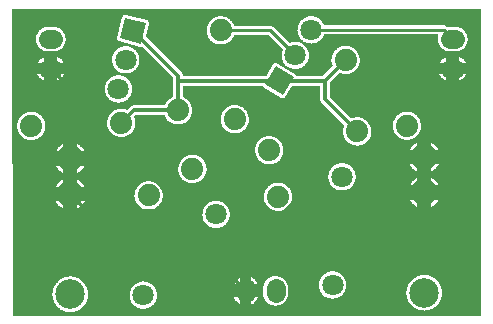
<source format=gtl>
G04 Layer: TopLayer*
G04 EasyEDA v6.3.39, 2020-04-28T14:26:17+02:00*
G04 c4984e7e24fd4f91a375e58d1da6a638,5f3c4bb061ab4bd6901f6ca22b42259b,10*
G04 Gerber Generator version 0.2*
G04 Scale: 100 percent, Rotated: No, Reflected: No *
G04 Dimensions in inches *
G04 leading zeros omitted , absolute positions ,2 integer and 4 decimal *
%FSLAX24Y24*%
%MOIN*%
G90*
G70D02*

%ADD10C,0.010000*%
%ADD11C,0.012000*%
%ADD12C,0.074000*%
%ADD13C,0.070866*%
%ADD15C,0.098425*%
%ADD16C,0.086614*%
%ADD17C,0.062992*%

%LPD*%
G36*
G01X15810Y10500D02*
G01X240Y10500D01*
G01X228Y10498D01*
G01X223Y10496D01*
G01X213Y10490D01*
G01X209Y10486D01*
G01X203Y10476D01*
G01X201Y10471D01*
G01X200Y10465D01*
G01X200Y10459D01*
G01X249Y289D01*
G01X250Y284D01*
G01X251Y278D01*
G01X253Y273D01*
G01X259Y263D01*
G01X263Y259D01*
G01X273Y253D01*
G01X278Y251D01*
G01X284Y250D01*
G01X15815Y250D01*
G01X15821Y251D01*
G01X15826Y253D01*
G01X15836Y259D01*
G01X15840Y263D01*
G01X15846Y273D01*
G01X15848Y278D01*
G01X15850Y290D01*
G01X15850Y10459D01*
G01X15848Y10471D01*
G01X15846Y10476D01*
G01X15840Y10486D01*
G01X15836Y10490D01*
G01X15826Y10496D01*
G01X15821Y10498D01*
G01X15815Y10499D01*
G01X15810Y10500D01*
G37*

%LPC*%
G36*
G01X2194Y1577D02*
G01X2150Y1579D01*
G01X2127Y1578D01*
G01X2105Y1577D01*
G01X2083Y1575D01*
G01X2039Y1569D01*
G01X2017Y1564D01*
G01X1996Y1559D01*
G01X1975Y1553D01*
G01X1954Y1546D01*
G01X1933Y1538D01*
G01X1912Y1529D01*
G01X1892Y1520D01*
G01X1872Y1510D01*
G01X1834Y1488D01*
G01X1815Y1476D01*
G01X1797Y1463D01*
G01X1780Y1450D01*
G01X1763Y1435D01*
G01X1746Y1421D01*
G01X1730Y1405D01*
G01X1700Y1373D01*
G01X1686Y1355D01*
G01X1672Y1338D01*
G01X1659Y1320D01*
G01X1647Y1301D01*
G01X1625Y1263D01*
G01X1615Y1243D01*
G01X1606Y1223D01*
G01X1597Y1202D01*
G01X1590Y1182D01*
G01X1583Y1161D01*
G01X1576Y1139D01*
G01X1571Y1118D01*
G01X1563Y1074D01*
G01X1560Y1052D01*
G01X1558Y1030D01*
G01X1556Y986D01*
G01X1557Y963D01*
G01X1558Y941D01*
G01X1560Y919D01*
G01X1563Y897D01*
G01X1567Y876D01*
G01X1571Y854D01*
G01X1576Y832D01*
G01X1597Y769D01*
G01X1606Y748D01*
G01X1615Y728D01*
G01X1625Y709D01*
G01X1636Y689D01*
G01X1647Y670D01*
G01X1659Y651D01*
G01X1672Y634D01*
G01X1686Y616D01*
G01X1700Y599D01*
G01X1715Y582D01*
G01X1730Y566D01*
G01X1746Y551D01*
G01X1763Y536D01*
G01X1780Y522D01*
G01X1797Y509D01*
G01X1815Y496D01*
G01X1853Y472D01*
G01X1872Y461D01*
G01X1892Y451D01*
G01X1912Y442D01*
G01X1954Y426D01*
G01X1975Y419D01*
G01X2017Y407D01*
G01X2061Y399D01*
G01X2083Y396D01*
G01X2105Y394D01*
G01X2127Y393D01*
G01X2150Y392D01*
G01X2194Y394D01*
G01X2216Y396D01*
G01X2238Y399D01*
G01X2282Y407D01*
G01X2324Y419D01*
G01X2345Y426D01*
G01X2387Y442D01*
G01X2407Y451D01*
G01X2427Y461D01*
G01X2446Y472D01*
G01X2484Y496D01*
G01X2502Y509D01*
G01X2519Y522D01*
G01X2536Y536D01*
G01X2553Y551D01*
G01X2569Y566D01*
G01X2584Y582D01*
G01X2599Y599D01*
G01X2613Y616D01*
G01X2627Y634D01*
G01X2640Y651D01*
G01X2652Y670D01*
G01X2663Y689D01*
G01X2674Y709D01*
G01X2684Y728D01*
G01X2693Y748D01*
G01X2702Y769D01*
G01X2723Y832D01*
G01X2728Y854D01*
G01X2732Y876D01*
G01X2736Y897D01*
G01X2739Y919D01*
G01X2741Y941D01*
G01X2742Y963D01*
G01X2743Y986D01*
G01X2741Y1030D01*
G01X2739Y1052D01*
G01X2736Y1074D01*
G01X2728Y1118D01*
G01X2723Y1139D01*
G01X2716Y1161D01*
G01X2709Y1182D01*
G01X2702Y1202D01*
G01X2693Y1223D01*
G01X2684Y1243D01*
G01X2674Y1263D01*
G01X2652Y1301D01*
G01X2640Y1320D01*
G01X2627Y1338D01*
G01X2613Y1355D01*
G01X2599Y1373D01*
G01X2569Y1405D01*
G01X2553Y1421D01*
G01X2536Y1435D01*
G01X2519Y1450D01*
G01X2502Y1463D01*
G01X2484Y1476D01*
G01X2465Y1488D01*
G01X2427Y1510D01*
G01X2407Y1520D01*
G01X2387Y1529D01*
G01X2366Y1538D01*
G01X2345Y1546D01*
G01X2324Y1553D01*
G01X2303Y1559D01*
G01X2282Y1564D01*
G01X2260Y1569D01*
G01X2216Y1575D01*
G01X2194Y1577D01*
G37*
G36*
G01X13994Y1627D02*
G01X13950Y1629D01*
G01X13927Y1628D01*
G01X13905Y1627D01*
G01X13883Y1625D01*
G01X13839Y1619D01*
G01X13818Y1614D01*
G01X13796Y1609D01*
G01X13775Y1603D01*
G01X13754Y1596D01*
G01X13733Y1588D01*
G01X13712Y1579D01*
G01X13692Y1570D01*
G01X13672Y1560D01*
G01X13634Y1538D01*
G01X13615Y1526D01*
G01X13597Y1513D01*
G01X13580Y1500D01*
G01X13563Y1485D01*
G01X13546Y1471D01*
G01X13530Y1455D01*
G01X13500Y1423D01*
G01X13486Y1405D01*
G01X13472Y1388D01*
G01X13460Y1370D01*
G01X13447Y1351D01*
G01X13425Y1313D01*
G01X13415Y1293D01*
G01X13406Y1273D01*
G01X13397Y1252D01*
G01X13390Y1232D01*
G01X13383Y1211D01*
G01X13377Y1189D01*
G01X13371Y1168D01*
G01X13363Y1124D01*
G01X13360Y1102D01*
G01X13358Y1080D01*
G01X13356Y1036D01*
G01X13357Y1013D01*
G01X13358Y991D01*
G01X13360Y969D01*
G01X13363Y947D01*
G01X13367Y926D01*
G01X13371Y904D01*
G01X13377Y882D01*
G01X13383Y861D01*
G01X13397Y819D01*
G01X13406Y798D01*
G01X13415Y778D01*
G01X13425Y759D01*
G01X13436Y739D01*
G01X13447Y720D01*
G01X13460Y701D01*
G01X13472Y684D01*
G01X13486Y666D01*
G01X13500Y649D01*
G01X13515Y632D01*
G01X13530Y616D01*
G01X13546Y601D01*
G01X13563Y586D01*
G01X13580Y572D01*
G01X13597Y559D01*
G01X13615Y546D01*
G01X13653Y522D01*
G01X13672Y511D01*
G01X13692Y501D01*
G01X13712Y492D01*
G01X13754Y476D01*
G01X13775Y469D01*
G01X13796Y463D01*
G01X13818Y457D01*
G01X13839Y453D01*
G01X13861Y449D01*
G01X13883Y446D01*
G01X13905Y444D01*
G01X13927Y443D01*
G01X13950Y442D01*
G01X13994Y444D01*
G01X14016Y446D01*
G01X14038Y449D01*
G01X14060Y453D01*
G01X14081Y457D01*
G01X14103Y463D01*
G01X14124Y469D01*
G01X14145Y476D01*
G01X14187Y492D01*
G01X14207Y501D01*
G01X14227Y511D01*
G01X14246Y522D01*
G01X14284Y546D01*
G01X14302Y559D01*
G01X14319Y572D01*
G01X14336Y586D01*
G01X14353Y601D01*
G01X14369Y616D01*
G01X14384Y632D01*
G01X14399Y649D01*
G01X14413Y666D01*
G01X14427Y684D01*
G01X14439Y701D01*
G01X14452Y720D01*
G01X14463Y739D01*
G01X14474Y759D01*
G01X14484Y778D01*
G01X14493Y798D01*
G01X14502Y819D01*
G01X14516Y861D01*
G01X14522Y882D01*
G01X14528Y904D01*
G01X14532Y926D01*
G01X14536Y947D01*
G01X14539Y969D01*
G01X14541Y991D01*
G01X14542Y1013D01*
G01X14543Y1036D01*
G01X14541Y1080D01*
G01X14539Y1102D01*
G01X14536Y1124D01*
G01X14528Y1168D01*
G01X14522Y1189D01*
G01X14516Y1211D01*
G01X14509Y1232D01*
G01X14502Y1252D01*
G01X14493Y1273D01*
G01X14484Y1293D01*
G01X14474Y1313D01*
G01X14452Y1351D01*
G01X14439Y1370D01*
G01X14427Y1388D01*
G01X14413Y1405D01*
G01X14399Y1423D01*
G01X14369Y1455D01*
G01X14353Y1471D01*
G01X14336Y1485D01*
G01X14319Y1500D01*
G01X14302Y1513D01*
G01X14284Y1526D01*
G01X14265Y1538D01*
G01X14227Y1560D01*
G01X14207Y1570D01*
G01X14187Y1579D01*
G01X14166Y1588D01*
G01X14145Y1596D01*
G01X14124Y1603D01*
G01X14103Y1609D01*
G01X14081Y1614D01*
G01X14060Y1619D01*
G01X14016Y1625D01*
G01X13994Y1627D01*
G37*
G36*
G01X4607Y1409D02*
G01X4568Y1409D01*
G01X4511Y1403D01*
G01X4492Y1399D01*
G01X4454Y1389D01*
G01X4436Y1383D01*
G01X4400Y1369D01*
G01X4366Y1351D01*
G01X4349Y1341D01*
G01X4333Y1331D01*
G01X4317Y1320D01*
G01X4287Y1296D01*
G01X4273Y1282D01*
G01X4259Y1269D01*
G01X4246Y1255D01*
G01X4222Y1225D01*
G01X4211Y1209D01*
G01X4200Y1192D01*
G01X4190Y1176D01*
G01X4181Y1159D01*
G01X4165Y1123D01*
G01X4158Y1105D01*
G01X4152Y1087D01*
G01X4147Y1068D01*
G01X4142Y1050D01*
G01X4139Y1031D01*
G01X4136Y1011D01*
G01X4134Y992D01*
G01X4132Y954D01*
G01X4133Y934D01*
G01X4134Y913D01*
G01X4136Y894D01*
G01X4140Y874D01*
G01X4143Y854D01*
G01X4148Y834D01*
G01X4160Y796D01*
G01X4168Y778D01*
G01X4176Y759D01*
G01X4185Y741D01*
G01X4205Y707D01*
G01X4216Y690D01*
G01X4228Y674D01*
G01X4254Y644D01*
G01X4268Y629D01*
G01X4283Y615D01*
G01X4298Y603D01*
G01X4313Y590D01*
G01X4329Y579D01*
G01X4346Y568D01*
G01X4380Y548D01*
G01X4397Y540D01*
G01X4415Y532D01*
G01X4434Y525D01*
G01X4452Y519D01*
G01X4471Y513D01*
G01X4509Y505D01*
G01X4529Y502D01*
G01X4548Y500D01*
G01X4588Y498D01*
G01X4626Y500D01*
G01X4646Y502D01*
G01X4665Y505D01*
G01X4684Y509D01*
G01X4702Y513D01*
G01X4721Y518D01*
G01X4739Y524D01*
G01X4757Y531D01*
G01X4793Y547D01*
G01X4810Y556D01*
G01X4827Y566D01*
G01X4843Y576D01*
G01X4859Y588D01*
G01X4874Y599D01*
G01X4889Y612D01*
G01X4917Y638D01*
G01X4930Y653D01*
G01X4954Y683D01*
G01X4976Y715D01*
G01X4994Y749D01*
G01X5002Y766D01*
G01X5010Y784D01*
G01X5017Y802D01*
G01X5023Y820D01*
G01X5033Y858D01*
G01X5039Y896D01*
G01X5043Y934D01*
G01X5043Y973D01*
G01X5039Y1011D01*
G01X5036Y1031D01*
G01X5033Y1050D01*
G01X5028Y1068D01*
G01X5023Y1087D01*
G01X5017Y1105D01*
G01X5010Y1123D01*
G01X4994Y1159D01*
G01X4985Y1176D01*
G01X4976Y1192D01*
G01X4965Y1209D01*
G01X4954Y1225D01*
G01X4930Y1255D01*
G01X4917Y1269D01*
G01X4903Y1282D01*
G01X4889Y1296D01*
G01X4859Y1320D01*
G01X4843Y1331D01*
G01X4827Y1341D01*
G01X4810Y1351D01*
G01X4793Y1360D01*
G01X4775Y1369D01*
G01X4739Y1383D01*
G01X4721Y1389D01*
G01X4702Y1394D01*
G01X4684Y1399D01*
G01X4665Y1403D01*
G01X4646Y1405D01*
G01X4626Y1407D01*
G01X4607Y1409D01*
G37*
G36*
G01X9011Y1594D02*
G01X8973Y1594D01*
G01X8955Y1592D01*
G01X8936Y1590D01*
G01X8918Y1588D01*
G01X8900Y1584D01*
G01X8881Y1579D01*
G01X8864Y1574D01*
G01X8846Y1568D01*
G01X8828Y1561D01*
G01X8811Y1553D01*
G01X8779Y1535D01*
G01X8747Y1515D01*
G01X8733Y1503D01*
G01X8718Y1492D01*
G01X8705Y1479D01*
G01X8691Y1466D01*
G01X8667Y1438D01*
G01X8656Y1423D01*
G01X8645Y1407D01*
G01X8635Y1392D01*
G01X8626Y1375D01*
G01X8617Y1359D01*
G01X8610Y1342D01*
G01X8602Y1324D01*
G01X8596Y1307D01*
G01X8586Y1271D01*
G01X8583Y1253D01*
G01X8580Y1234D01*
G01X8578Y1215D01*
G01X8577Y1197D01*
G01X8576Y1178D01*
G01X8576Y1021D01*
G01X8577Y1002D01*
G01X8578Y984D01*
G01X8580Y965D01*
G01X8583Y946D01*
G01X8586Y928D01*
G01X8596Y892D01*
G01X8602Y875D01*
G01X8610Y857D01*
G01X8617Y840D01*
G01X8626Y824D01*
G01X8635Y807D01*
G01X8645Y792D01*
G01X8656Y776D01*
G01X8667Y761D01*
G01X8691Y733D01*
G01X8705Y720D01*
G01X8718Y707D01*
G01X8733Y696D01*
G01X8747Y684D01*
G01X8779Y664D01*
G01X8811Y646D01*
G01X8828Y638D01*
G01X8846Y631D01*
G01X8864Y625D01*
G01X8881Y620D01*
G01X8900Y615D01*
G01X8918Y611D01*
G01X8936Y609D01*
G01X8955Y607D01*
G01X8973Y605D01*
G01X9011Y605D01*
G01X9029Y607D01*
G01X9048Y609D01*
G01X9066Y611D01*
G01X9085Y615D01*
G01X9121Y625D01*
G01X9138Y631D01*
G01X9156Y638D01*
G01X9172Y646D01*
G01X9189Y655D01*
G01X9205Y664D01*
G01X9221Y674D01*
G01X9236Y684D01*
G01X9251Y696D01*
G01X9266Y707D01*
G01X9280Y720D01*
G01X9293Y733D01*
G01X9317Y761D01*
G01X9328Y776D01*
G01X9339Y792D01*
G01X9349Y807D01*
G01X9358Y824D01*
G01X9367Y840D01*
G01X9375Y857D01*
G01X9381Y875D01*
G01X9388Y892D01*
G01X9393Y910D01*
G01X9401Y946D01*
G01X9404Y965D01*
G01X9406Y984D01*
G01X9407Y1002D01*
G01X9408Y1021D01*
G01X9408Y1178D01*
G01X9407Y1197D01*
G01X9406Y1215D01*
G01X9404Y1234D01*
G01X9401Y1253D01*
G01X9393Y1289D01*
G01X9388Y1307D01*
G01X9381Y1324D01*
G01X9375Y1342D01*
G01X9367Y1359D01*
G01X9358Y1375D01*
G01X9349Y1392D01*
G01X9339Y1407D01*
G01X9328Y1423D01*
G01X9317Y1438D01*
G01X9293Y1466D01*
G01X9280Y1479D01*
G01X9266Y1492D01*
G01X9251Y1503D01*
G01X9236Y1515D01*
G01X9221Y1525D01*
G01X9205Y1535D01*
G01X9189Y1544D01*
G01X9172Y1553D01*
G01X9156Y1561D01*
G01X9138Y1568D01*
G01X9121Y1574D01*
G01X9085Y1584D01*
G01X9066Y1588D01*
G01X9048Y1590D01*
G01X9029Y1592D01*
G01X9011Y1594D01*
G37*
G36*
G01X7825Y878D02*
G01X7617Y878D01*
G01X7623Y860D01*
G01X7639Y826D01*
G01X7648Y810D01*
G01X7658Y794D01*
G01X7680Y764D01*
G01X7692Y749D01*
G01X7705Y735D01*
G01X7731Y709D01*
G01X7746Y697D01*
G01X7760Y686D01*
G01X7776Y675D01*
G01X7808Y655D01*
G01X7825Y647D01*
G01X7825Y878D01*
G37*
G36*
G01X8397Y878D02*
G01X8189Y878D01*
G01X8189Y647D01*
G01X8206Y655D01*
G01X8238Y675D01*
G01X8268Y697D01*
G01X8283Y709D01*
G01X8296Y722D01*
G01X8310Y735D01*
G01X8322Y749D01*
G01X8334Y764D01*
G01X8356Y794D01*
G01X8366Y810D01*
G01X8375Y826D01*
G01X8391Y860D01*
G01X8397Y878D01*
G37*
G36*
G01X10930Y1749D02*
G01X10892Y1751D01*
G01X10872Y1750D01*
G01X10853Y1749D01*
G01X10834Y1747D01*
G01X10815Y1744D01*
G01X10777Y1736D01*
G01X10758Y1731D01*
G01X10740Y1725D01*
G01X10722Y1718D01*
G01X10704Y1710D01*
G01X10687Y1702D01*
G01X10669Y1693D01*
G01X10637Y1673D01*
G01X10621Y1661D01*
G01X10606Y1650D01*
G01X10591Y1637D01*
G01X10563Y1611D01*
G01X10550Y1596D01*
G01X10537Y1582D01*
G01X10526Y1566D01*
G01X10514Y1550D01*
G01X10504Y1534D01*
G01X10494Y1517D01*
G01X10485Y1500D01*
G01X10477Y1483D01*
G01X10469Y1465D01*
G01X10462Y1447D01*
G01X10456Y1429D01*
G01X10451Y1410D01*
G01X10443Y1372D01*
G01X10440Y1353D01*
G01X10438Y1334D01*
G01X10437Y1315D01*
G01X10436Y1295D01*
G01X10438Y1257D01*
G01X10440Y1238D01*
G01X10443Y1219D01*
G01X10451Y1181D01*
G01X10456Y1162D01*
G01X10462Y1144D01*
G01X10469Y1126D01*
G01X10477Y1108D01*
G01X10485Y1091D01*
G01X10494Y1074D01*
G01X10504Y1057D01*
G01X10514Y1041D01*
G01X10525Y1025D01*
G01X10537Y1010D01*
G01X10550Y995D01*
G01X10576Y967D01*
G01X10590Y954D01*
G01X10620Y930D01*
G01X10652Y908D01*
G01X10669Y898D01*
G01X10686Y889D01*
G01X10703Y881D01*
G01X10721Y873D01*
G01X10739Y866D01*
G01X10757Y860D01*
G01X10776Y855D01*
G01X10814Y847D01*
G01X10833Y844D01*
G01X10852Y842D01*
G01X10872Y840D01*
G01X10911Y840D01*
G01X10930Y842D01*
G01X10950Y844D01*
G01X10969Y846D01*
G01X10988Y850D01*
G01X11006Y855D01*
G01X11025Y860D01*
G01X11043Y866D01*
G01X11079Y880D01*
G01X11097Y889D01*
G01X11114Y898D01*
G01X11130Y908D01*
G01X11147Y918D01*
G01X11163Y929D01*
G01X11193Y953D01*
G01X11234Y994D01*
G01X11246Y1009D01*
G01X11258Y1025D01*
G01X11269Y1040D01*
G01X11279Y1057D01*
G01X11289Y1073D01*
G01X11298Y1090D01*
G01X11314Y1126D01*
G01X11321Y1144D01*
G01X11327Y1162D01*
G01X11337Y1200D01*
G01X11343Y1238D01*
G01X11347Y1276D01*
G01X11347Y1315D01*
G01X11343Y1353D01*
G01X11337Y1391D01*
G01X11327Y1429D01*
G01X11321Y1447D01*
G01X11314Y1465D01*
G01X11306Y1483D01*
G01X11298Y1500D01*
G01X11289Y1517D01*
G01X11279Y1534D01*
G01X11269Y1550D01*
G01X11258Y1566D01*
G01X11246Y1582D01*
G01X11234Y1596D01*
G01X11220Y1611D01*
G01X11207Y1624D01*
G01X11193Y1637D01*
G01X11178Y1650D01*
G01X11163Y1661D01*
G01X11147Y1673D01*
G01X11130Y1683D01*
G01X11114Y1693D01*
G01X11097Y1702D01*
G01X11061Y1718D01*
G01X11043Y1725D01*
G01X11025Y1731D01*
G01X11006Y1736D01*
G01X10988Y1740D01*
G01X10969Y1744D01*
G01X10950Y1747D01*
G01X10930Y1749D01*
G37*
G36*
G01X7825Y1321D02*
G01X7825Y1552D01*
G01X7808Y1544D01*
G01X7776Y1524D01*
G01X7760Y1513D01*
G01X7746Y1502D01*
G01X7731Y1490D01*
G01X7705Y1464D01*
G01X7692Y1450D01*
G01X7680Y1435D01*
G01X7658Y1405D01*
G01X7648Y1389D01*
G01X7639Y1373D01*
G01X7623Y1339D01*
G01X7617Y1321D01*
G01X7825Y1321D01*
G37*
G36*
G01X8206Y1544D02*
G01X8189Y1552D01*
G01X8189Y1321D01*
G01X8397Y1321D01*
G01X8391Y1339D01*
G01X8375Y1373D01*
G01X8366Y1389D01*
G01X8356Y1405D01*
G01X8334Y1435D01*
G01X8322Y1450D01*
G01X8310Y1464D01*
G01X8296Y1477D01*
G01X8283Y1490D01*
G01X8268Y1502D01*
G01X8238Y1524D01*
G01X8206Y1544D01*
G37*
G36*
G01X7031Y4100D02*
G01X7011Y4101D01*
G01X6973Y4099D01*
G01X6953Y4097D01*
G01X6934Y4094D01*
G01X6915Y4090D01*
G01X6897Y4086D01*
G01X6878Y4081D01*
G01X6860Y4075D01*
G01X6842Y4068D01*
G01X6806Y4052D01*
G01X6789Y4043D01*
G01X6772Y4033D01*
G01X6756Y4023D01*
G01X6740Y4011D01*
G01X6725Y4000D01*
G01X6710Y3987D01*
G01X6682Y3961D01*
G01X6669Y3946D01*
G01X6645Y3916D01*
G01X6623Y3884D01*
G01X6605Y3850D01*
G01X6597Y3833D01*
G01X6589Y3815D01*
G01X6582Y3797D01*
G01X6576Y3779D01*
G01X6566Y3741D01*
G01X6560Y3703D01*
G01X6556Y3665D01*
G01X6556Y3625D01*
G01X6560Y3585D01*
G01X6563Y3565D01*
G01X6567Y3546D01*
G01X6572Y3526D01*
G01X6577Y3507D01*
G01X6591Y3469D01*
G01X6618Y3415D01*
G01X6629Y3398D01*
G01X6640Y3382D01*
G01X6652Y3366D01*
G01X6665Y3350D01*
G01X6678Y3335D01*
G01X6692Y3321D01*
G01X6707Y3307D01*
G01X6722Y3294D01*
G01X6737Y3282D01*
G01X6769Y3260D01*
G01X6803Y3240D01*
G01X6839Y3224D01*
G01X6857Y3217D01*
G01X6895Y3205D01*
G01X6933Y3197D01*
G01X6952Y3194D01*
G01X6992Y3190D01*
G01X7031Y3190D01*
G01X7088Y3196D01*
G01X7107Y3200D01*
G01X7145Y3210D01*
G01X7163Y3216D01*
G01X7199Y3230D01*
G01X7233Y3248D01*
G01X7250Y3258D01*
G01X7266Y3268D01*
G01X7282Y3279D01*
G01X7312Y3303D01*
G01X7326Y3317D01*
G01X7340Y3330D01*
G01X7353Y3344D01*
G01X7365Y3359D01*
G01X7377Y3375D01*
G01X7389Y3390D01*
G01X7399Y3407D01*
G01X7409Y3423D01*
G01X7418Y3440D01*
G01X7434Y3476D01*
G01X7441Y3494D01*
G01X7447Y3512D01*
G01X7452Y3531D01*
G01X7456Y3550D01*
G01X7460Y3568D01*
G01X7463Y3588D01*
G01X7465Y3607D01*
G01X7467Y3645D01*
G01X7466Y3665D01*
G01X7465Y3684D01*
G01X7463Y3703D01*
G01X7460Y3722D01*
G01X7452Y3760D01*
G01X7447Y3779D01*
G01X7441Y3797D01*
G01X7434Y3815D01*
G01X7426Y3833D01*
G01X7418Y3850D01*
G01X7409Y3867D01*
G01X7399Y3884D01*
G01X7389Y3900D01*
G01X7377Y3916D01*
G01X7353Y3946D01*
G01X7340Y3961D01*
G01X7312Y3987D01*
G01X7297Y4000D01*
G01X7282Y4011D01*
G01X7266Y4023D01*
G01X7250Y4033D01*
G01X7233Y4043D01*
G01X7216Y4052D01*
G01X7199Y4060D01*
G01X7181Y4068D01*
G01X7163Y4075D01*
G01X7145Y4081D01*
G01X7126Y4086D01*
G01X7088Y4094D01*
G01X7069Y4097D01*
G01X7050Y4099D01*
G01X7031Y4100D01*
G37*
G36*
G01X9096Y4707D02*
G01X9057Y4707D01*
G01X9037Y4705D01*
G01X9018Y4703D01*
G01X8998Y4701D01*
G01X8980Y4697D01*
G01X8960Y4692D01*
G01X8942Y4687D01*
G01X8923Y4682D01*
G01X8905Y4675D01*
G01X8869Y4659D01*
G01X8852Y4650D01*
G01X8818Y4630D01*
G01X8802Y4619D01*
G01X8787Y4608D01*
G01X8757Y4582D01*
G01X8743Y4569D01*
G01X8730Y4555D01*
G01X8704Y4525D01*
G01X8693Y4510D01*
G01X8682Y4494D01*
G01X8662Y4460D01*
G01X8653Y4443D01*
G01X8637Y4407D01*
G01X8631Y4389D01*
G01X8619Y4351D01*
G01X8615Y4333D01*
G01X8611Y4313D01*
G01X8607Y4275D01*
G01X8606Y4255D01*
G01X8605Y4236D01*
G01X8606Y4217D01*
G01X8607Y4197D01*
G01X8611Y4159D01*
G01X8615Y4139D01*
G01X8619Y4120D01*
G01X8625Y4101D01*
G01X8637Y4065D01*
G01X8653Y4029D01*
G01X8662Y4012D01*
G01X8682Y3978D01*
G01X8693Y3962D01*
G01X8704Y3947D01*
G01X8730Y3917D01*
G01X8743Y3903D01*
G01X8757Y3890D01*
G01X8772Y3876D01*
G01X8787Y3864D01*
G01X8802Y3853D01*
G01X8818Y3842D01*
G01X8835Y3831D01*
G01X8869Y3813D01*
G01X8905Y3797D01*
G01X8923Y3790D01*
G01X8942Y3784D01*
G01X8960Y3779D01*
G01X8980Y3775D01*
G01X8998Y3771D01*
G01X9018Y3769D01*
G01X9037Y3767D01*
G01X9057Y3765D01*
G01X9096Y3765D01*
G01X9115Y3767D01*
G01X9155Y3771D01*
G01X9174Y3775D01*
G01X9212Y3785D01*
G01X9231Y3791D01*
G01X9250Y3798D01*
G01X9268Y3806D01*
G01X9285Y3814D01*
G01X9303Y3823D01*
G01X9320Y3833D01*
G01X9337Y3844D01*
G01X9353Y3855D01*
G01X9369Y3867D01*
G01X9384Y3880D01*
G01X9398Y3893D01*
G01X9413Y3907D01*
G01X9426Y3921D01*
G01X9439Y3936D01*
G01X9451Y3951D01*
G01X9463Y3967D01*
G01X9474Y3984D01*
G01X9484Y4001D01*
G01X9493Y4018D01*
G01X9502Y4036D01*
G01X9510Y4053D01*
G01X9518Y4072D01*
G01X9524Y4090D01*
G01X9530Y4111D01*
G01X9535Y4131D01*
G01X9543Y4173D01*
G01X9547Y4215D01*
G01X9547Y4255D01*
G01X9546Y4275D01*
G01X9543Y4294D01*
G01X9541Y4313D01*
G01X9537Y4333D01*
G01X9533Y4351D01*
G01X9527Y4370D01*
G01X9522Y4389D01*
G01X9515Y4407D01*
G01X9499Y4443D01*
G01X9481Y4477D01*
G01X9470Y4494D01*
G01X9460Y4510D01*
G01X9448Y4525D01*
G01X9435Y4540D01*
G01X9423Y4555D01*
G01X9409Y4569D01*
G01X9381Y4595D01*
G01X9365Y4608D01*
G01X9350Y4619D01*
G01X9334Y4630D01*
G01X9300Y4650D01*
G01X9283Y4659D01*
G01X9247Y4675D01*
G01X9229Y4682D01*
G01X9210Y4687D01*
G01X9192Y4692D01*
G01X9173Y4697D01*
G01X9154Y4701D01*
G01X9134Y4703D01*
G01X9096Y4707D01*
G37*
G36*
G01X4781Y4752D02*
G01X4742Y4752D01*
G01X4722Y4751D01*
G01X4703Y4749D01*
G01X4684Y4746D01*
G01X4664Y4742D01*
G01X4646Y4738D01*
G01X4627Y4733D01*
G01X4608Y4727D01*
G01X4572Y4713D01*
G01X4554Y4704D01*
G01X4537Y4696D01*
G01X4503Y4676D01*
G01X4488Y4665D01*
G01X4472Y4653D01*
G01X4457Y4641D01*
G01X4442Y4628D01*
G01X4428Y4614D01*
G01X4402Y4586D01*
G01X4390Y4571D01*
G01X4378Y4555D01*
G01X4367Y4539D01*
G01X4347Y4505D01*
G01X4338Y4488D01*
G01X4330Y4471D01*
G01X4322Y4453D01*
G01X4316Y4434D01*
G01X4310Y4416D01*
G01X4300Y4378D01*
G01X4296Y4359D01*
G01X4294Y4340D01*
G01X4292Y4320D01*
G01X4290Y4301D01*
G01X4290Y4262D01*
G01X4292Y4242D01*
G01X4296Y4204D01*
G01X4300Y4184D01*
G01X4305Y4165D01*
G01X4310Y4147D01*
G01X4316Y4128D01*
G01X4322Y4110D01*
G01X4338Y4074D01*
G01X4347Y4057D01*
G01X4357Y4040D01*
G01X4367Y4024D01*
G01X4378Y4007D01*
G01X4402Y3977D01*
G01X4415Y3962D01*
G01X4428Y3948D01*
G01X4442Y3935D01*
G01X4472Y3909D01*
G01X4488Y3898D01*
G01X4503Y3887D01*
G01X4537Y3867D01*
G01X4554Y3858D01*
G01X4590Y3842D01*
G01X4608Y3836D01*
G01X4627Y3830D01*
G01X4646Y3825D01*
G01X4664Y3820D01*
G01X4684Y3817D01*
G01X4703Y3814D01*
G01X4722Y3812D01*
G01X4742Y3811D01*
G01X4761Y3810D01*
G01X4781Y3811D01*
G01X4800Y3812D01*
G01X4819Y3814D01*
G01X4839Y3817D01*
G01X4858Y3820D01*
G01X4896Y3830D01*
G01X4932Y3842D01*
G01X4968Y3858D01*
G01X4985Y3867D01*
G01X5019Y3887D01*
G01X5051Y3909D01*
G01X5065Y3922D01*
G01X5080Y3935D01*
G01X5094Y3948D01*
G01X5108Y3962D01*
G01X5121Y3977D01*
G01X5133Y3992D01*
G01X5144Y4007D01*
G01X5156Y4024D01*
G01X5166Y4040D01*
G01X5184Y4074D01*
G01X5193Y4092D01*
G01X5207Y4128D01*
G01X5213Y4147D01*
G01X5218Y4165D01*
G01X5222Y4184D01*
G01X5226Y4204D01*
G01X5228Y4223D01*
G01X5231Y4242D01*
G01X5232Y4262D01*
G01X5232Y4301D01*
G01X5231Y4320D01*
G01X5228Y4340D01*
G01X5226Y4359D01*
G01X5218Y4397D01*
G01X5213Y4415D01*
G01X5207Y4434D01*
G01X5193Y4470D01*
G01X5184Y4488D01*
G01X5176Y4505D01*
G01X5156Y4539D01*
G01X5144Y4555D01*
G01X5133Y4570D01*
G01X5121Y4586D01*
G01X5108Y4600D01*
G01X5080Y4628D01*
G01X5066Y4640D01*
G01X5051Y4653D01*
G01X5019Y4675D01*
G01X5002Y4686D01*
G01X4986Y4695D01*
G01X4968Y4704D01*
G01X4951Y4712D01*
G01X4933Y4720D01*
G01X4914Y4726D01*
G01X4896Y4732D01*
G01X4877Y4738D01*
G01X4839Y4746D01*
G01X4819Y4748D01*
G01X4800Y4751D01*
G01X4781Y4752D01*
G37*
G36*
G01X1908Y4091D02*
G01X1673Y4091D01*
G01X1683Y4072D01*
G01X1705Y4036D01*
G01X1717Y4019D01*
G01X1730Y4002D01*
G01X1743Y3986D01*
G01X1757Y3970D01*
G01X1787Y3940D01*
G01X1803Y3926D01*
G01X1819Y3913D01*
G01X1836Y3900D01*
G01X1853Y3888D01*
G01X1871Y3876D01*
G01X1889Y3866D01*
G01X1908Y3856D01*
G01X1908Y4091D01*
G37*
G36*
G01X2626Y4091D02*
G01X2391Y4091D01*
G01X2391Y3856D01*
G01X2410Y3866D01*
G01X2428Y3876D01*
G01X2446Y3888D01*
G01X2463Y3900D01*
G01X2480Y3913D01*
G01X2496Y3926D01*
G01X2512Y3940D01*
G01X2542Y3970D01*
G01X2556Y3986D01*
G01X2569Y4002D01*
G01X2582Y4019D01*
G01X2594Y4036D01*
G01X2616Y4072D01*
G01X2626Y4091D01*
G37*
G36*
G01X13708Y4141D02*
G01X13473Y4141D01*
G01X13483Y4122D01*
G01X13505Y4086D01*
G01X13517Y4069D01*
G01X13530Y4052D01*
G01X13543Y4036D01*
G01X13557Y4020D01*
G01X13587Y3990D01*
G01X13603Y3976D01*
G01X13619Y3963D01*
G01X13636Y3950D01*
G01X13653Y3938D01*
G01X13671Y3926D01*
G01X13689Y3916D01*
G01X13708Y3906D01*
G01X13708Y4141D01*
G37*
G36*
G01X14426Y4141D02*
G01X14191Y4141D01*
G01X14191Y3906D01*
G01X14210Y3916D01*
G01X14228Y3926D01*
G01X14246Y3938D01*
G01X14263Y3950D01*
G01X14280Y3963D01*
G01X14296Y3976D01*
G01X14312Y3990D01*
G01X14342Y4020D01*
G01X14356Y4036D01*
G01X14369Y4052D01*
G01X14382Y4069D01*
G01X14394Y4086D01*
G01X14416Y4122D01*
G01X14426Y4141D01*
G37*
G36*
G01X11227Y5359D02*
G01X11188Y5359D01*
G01X11150Y5355D01*
G01X11130Y5353D01*
G01X11111Y5349D01*
G01X11093Y5344D01*
G01X11074Y5339D01*
G01X11056Y5333D01*
G01X11020Y5319D01*
G01X11002Y5310D01*
G01X10985Y5301D01*
G01X10969Y5291D01*
G01X10952Y5281D01*
G01X10936Y5270D01*
G01X10906Y5246D01*
G01X10865Y5205D01*
G01X10853Y5190D01*
G01X10841Y5174D01*
G01X10830Y5159D01*
G01X10820Y5142D01*
G01X10810Y5126D01*
G01X10801Y5109D01*
G01X10785Y5073D01*
G01X10778Y5055D01*
G01X10772Y5037D01*
G01X10767Y5018D01*
G01X10762Y5000D01*
G01X10759Y4980D01*
G01X10756Y4961D01*
G01X10752Y4923D01*
G01X10752Y4884D01*
G01X10756Y4846D01*
G01X10762Y4808D01*
G01X10767Y4789D01*
G01X10772Y4771D01*
G01X10778Y4752D01*
G01X10792Y4716D01*
G01X10819Y4665D01*
G01X10841Y4633D01*
G01X10865Y4603D01*
G01X10878Y4589D01*
G01X10892Y4575D01*
G01X10906Y4562D01*
G01X10936Y4538D01*
G01X10968Y4516D01*
G01X11019Y4489D01*
G01X11055Y4475D01*
G01X11073Y4469D01*
G01X11092Y4463D01*
G01X11110Y4459D01*
G01X11129Y4455D01*
G01X11148Y4452D01*
G01X11168Y4450D01*
G01X11188Y4449D01*
G01X11207Y4448D01*
G01X11227Y4449D01*
G01X11246Y4450D01*
G01X11265Y4452D01*
G01X11284Y4455D01*
G01X11322Y4463D01*
G01X11341Y4468D01*
G01X11359Y4474D01*
G01X11377Y4481D01*
G01X11395Y4489D01*
G01X11412Y4497D01*
G01X11430Y4506D01*
G01X11462Y4526D01*
G01X11478Y4538D01*
G01X11493Y4549D01*
G01X11508Y4562D01*
G01X11536Y4588D01*
G01X11549Y4603D01*
G01X11562Y4617D01*
G01X11573Y4633D01*
G01X11585Y4649D01*
G01X11595Y4665D01*
G01X11605Y4682D01*
G01X11614Y4699D01*
G01X11622Y4716D01*
G01X11630Y4734D01*
G01X11637Y4752D01*
G01X11643Y4770D01*
G01X11648Y4789D01*
G01X11656Y4827D01*
G01X11659Y4846D01*
G01X11661Y4865D01*
G01X11662Y4884D01*
G01X11663Y4904D01*
G01X11661Y4942D01*
G01X11659Y4961D01*
G01X11656Y4980D01*
G01X11652Y5000D01*
G01X11648Y5018D01*
G01X11643Y5037D01*
G01X11637Y5055D01*
G01X11630Y5073D01*
G01X11614Y5109D01*
G01X11605Y5126D01*
G01X11595Y5142D01*
G01X11585Y5159D01*
G01X11573Y5174D01*
G01X11562Y5190D01*
G01X11549Y5205D01*
G01X11536Y5219D01*
G01X11522Y5232D01*
G01X11508Y5246D01*
G01X11478Y5270D01*
G01X11462Y5281D01*
G01X11430Y5301D01*
G01X11412Y5310D01*
G01X11395Y5319D01*
G01X11359Y5333D01*
G01X11341Y5339D01*
G01X11303Y5349D01*
G01X11284Y5353D01*
G01X11227Y5359D01*
G37*
G36*
G01X2410Y4799D02*
G01X2391Y4809D01*
G01X2391Y4574D01*
G01X2626Y4574D01*
G01X2616Y4592D01*
G01X2605Y4611D01*
G01X2594Y4628D01*
G01X2582Y4646D01*
G01X2569Y4663D01*
G01X2556Y4679D01*
G01X2542Y4695D01*
G01X2512Y4725D01*
G01X2496Y4738D01*
G01X2480Y4752D01*
G01X2463Y4765D01*
G01X2446Y4777D01*
G01X2410Y4799D01*
G37*
G36*
G01X1908Y4574D02*
G01X1908Y4809D01*
G01X1889Y4799D01*
G01X1853Y4777D01*
G01X1836Y4765D01*
G01X1819Y4752D01*
G01X1803Y4738D01*
G01X1787Y4725D01*
G01X1757Y4695D01*
G01X1743Y4679D01*
G01X1730Y4663D01*
G01X1717Y4646D01*
G01X1705Y4628D01*
G01X1694Y4611D01*
G01X1683Y4592D01*
G01X1673Y4574D01*
G01X1908Y4574D01*
G37*
G36*
G01X13708Y4624D02*
G01X13708Y4859D01*
G01X13689Y4849D01*
G01X13653Y4827D01*
G01X13636Y4815D01*
G01X13619Y4802D01*
G01X13603Y4788D01*
G01X13587Y4775D01*
G01X13557Y4745D01*
G01X13543Y4729D01*
G01X13530Y4713D01*
G01X13517Y4696D01*
G01X13505Y4678D01*
G01X13494Y4661D01*
G01X13483Y4642D01*
G01X13473Y4624D01*
G01X13708Y4624D01*
G37*
G36*
G01X14210Y4849D02*
G01X14191Y4859D01*
G01X14191Y4624D01*
G01X14426Y4624D01*
G01X14416Y4642D01*
G01X14405Y4661D01*
G01X14394Y4678D01*
G01X14382Y4696D01*
G01X14369Y4713D01*
G01X14356Y4729D01*
G01X14342Y4745D01*
G01X14312Y4775D01*
G01X14296Y4788D01*
G01X14280Y4802D01*
G01X14263Y4815D01*
G01X14246Y4827D01*
G01X14210Y4849D01*
G37*
G36*
G01X6242Y5634D02*
G01X6203Y5634D01*
G01X6165Y5630D01*
G01X6145Y5628D01*
G01X6107Y5620D01*
G01X6089Y5615D01*
G01X6070Y5609D01*
G01X6052Y5602D01*
G01X6016Y5586D01*
G01X5982Y5568D01*
G01X5965Y5557D01*
G01X5949Y5546D01*
G01X5934Y5535D01*
G01X5918Y5523D01*
G01X5904Y5509D01*
G01X5890Y5496D01*
G01X5876Y5482D01*
G01X5864Y5467D01*
G01X5851Y5452D01*
G01X5839Y5437D01*
G01X5829Y5421D01*
G01X5818Y5404D01*
G01X5800Y5370D01*
G01X5784Y5334D01*
G01X5777Y5316D01*
G01X5772Y5298D01*
G01X5766Y5279D01*
G01X5762Y5260D01*
G01X5758Y5240D01*
G01X5756Y5221D01*
G01X5753Y5202D01*
G01X5752Y5182D01*
G01X5752Y5144D01*
G01X5753Y5124D01*
G01X5756Y5105D01*
G01X5758Y5086D01*
G01X5762Y5066D01*
G01X5766Y5048D01*
G01X5772Y5029D01*
G01X5777Y5010D01*
G01X5784Y4992D01*
G01X5800Y4956D01*
G01X5818Y4922D01*
G01X5829Y4905D01*
G01X5839Y4889D01*
G01X5851Y4874D01*
G01X5864Y4859D01*
G01X5876Y4844D01*
G01X5890Y4830D01*
G01X5918Y4804D01*
G01X5934Y4791D01*
G01X5949Y4780D01*
G01X5965Y4769D01*
G01X5999Y4749D01*
G01X6016Y4740D01*
G01X6052Y4724D01*
G01X6070Y4717D01*
G01X6089Y4712D01*
G01X6107Y4707D01*
G01X6126Y4702D01*
G01X6145Y4698D01*
G01X6165Y4696D01*
G01X6203Y4692D01*
G01X6243Y4692D01*
G01X6262Y4694D01*
G01X6282Y4696D01*
G01X6302Y4699D01*
G01X6321Y4702D01*
G01X6359Y4712D01*
G01X6378Y4718D01*
G01X6396Y4725D01*
G01X6432Y4741D01*
G01X6450Y4750D01*
G01X6467Y4760D01*
G01X6484Y4771D01*
G01X6500Y4782D01*
G01X6515Y4794D01*
G01X6531Y4807D01*
G01X6545Y4820D01*
G01X6560Y4834D01*
G01X6573Y4848D01*
G01X6586Y4863D01*
G01X6598Y4878D01*
G01X6610Y4894D01*
G01X6621Y4911D01*
G01X6631Y4928D01*
G01X6640Y4945D01*
G01X6649Y4963D01*
G01X6657Y4980D01*
G01X6664Y4999D01*
G01X6671Y5017D01*
G01X6677Y5038D01*
G01X6682Y5058D01*
G01X6690Y5100D01*
G01X6692Y5121D01*
G01X6694Y5163D01*
G01X6693Y5182D01*
G01X6692Y5202D01*
G01X6688Y5240D01*
G01X6684Y5260D01*
G01X6680Y5279D01*
G01X6674Y5298D01*
G01X6662Y5334D01*
G01X6646Y5370D01*
G01X6637Y5387D01*
G01X6617Y5421D01*
G01X6606Y5437D01*
G01X6595Y5452D01*
G01X6569Y5482D01*
G01X6556Y5496D01*
G01X6542Y5509D01*
G01X6527Y5523D01*
G01X6512Y5535D01*
G01X6497Y5546D01*
G01X6481Y5557D01*
G01X6464Y5568D01*
G01X6430Y5586D01*
G01X6394Y5602D01*
G01X6376Y5609D01*
G01X6357Y5615D01*
G01X6339Y5620D01*
G01X6319Y5624D01*
G01X6301Y5628D01*
G01X6281Y5630D01*
G01X6262Y5632D01*
G01X6242Y5634D01*
G37*
G36*
G01X2626Y5272D02*
G01X2391Y5272D01*
G01X2391Y5037D01*
G01X2410Y5047D01*
G01X2428Y5057D01*
G01X2446Y5069D01*
G01X2463Y5081D01*
G01X2480Y5094D01*
G01X2496Y5107D01*
G01X2512Y5121D01*
G01X2542Y5151D01*
G01X2556Y5167D01*
G01X2569Y5183D01*
G01X2582Y5200D01*
G01X2594Y5217D01*
G01X2616Y5253D01*
G01X2626Y5272D01*
G37*
G36*
G01X1908Y5272D02*
G01X1673Y5272D01*
G01X1683Y5253D01*
G01X1705Y5217D01*
G01X1717Y5200D01*
G01X1730Y5183D01*
G01X1743Y5167D01*
G01X1757Y5151D01*
G01X1787Y5121D01*
G01X1803Y5107D01*
G01X1819Y5094D01*
G01X1836Y5081D01*
G01X1853Y5069D01*
G01X1871Y5057D01*
G01X1889Y5047D01*
G01X1908Y5037D01*
G01X1908Y5272D01*
G37*
G36*
G01X13708Y5322D02*
G01X13473Y5322D01*
G01X13483Y5303D01*
G01X13505Y5267D01*
G01X13517Y5250D01*
G01X13530Y5233D01*
G01X13543Y5217D01*
G01X13557Y5201D01*
G01X13587Y5171D01*
G01X13603Y5157D01*
G01X13619Y5144D01*
G01X13636Y5131D01*
G01X13653Y5119D01*
G01X13671Y5107D01*
G01X13689Y5097D01*
G01X13708Y5087D01*
G01X13708Y5322D01*
G37*
G36*
G01X14426Y5322D02*
G01X14191Y5322D01*
G01X14191Y5087D01*
G01X14210Y5097D01*
G01X14228Y5107D01*
G01X14246Y5119D01*
G01X14263Y5131D01*
G01X14280Y5144D01*
G01X14296Y5157D01*
G01X14312Y5171D01*
G01X14342Y5201D01*
G01X14356Y5217D01*
G01X14369Y5233D01*
G01X14382Y5250D01*
G01X14394Y5267D01*
G01X14416Y5303D01*
G01X14426Y5322D01*
G37*
G36*
G01X8802Y6258D02*
G01X8782Y6259D01*
G01X8763Y6258D01*
G01X8743Y6257D01*
G01X8724Y6255D01*
G01X8686Y6249D01*
G01X8648Y6239D01*
G01X8629Y6233D01*
G01X8593Y6219D01*
G01X8576Y6211D01*
G01X8558Y6202D01*
G01X8541Y6192D01*
G01X8525Y6182D01*
G01X8509Y6171D01*
G01X8493Y6159D01*
G01X8478Y6147D01*
G01X8463Y6134D01*
G01X8449Y6121D01*
G01X8436Y6107D01*
G01X8410Y6077D01*
G01X8388Y6045D01*
G01X8378Y6029D01*
G01X8368Y6012D01*
G01X8359Y5994D01*
G01X8351Y5977D01*
G01X8343Y5959D01*
G01X8337Y5940D01*
G01X8331Y5922D01*
G01X8321Y5884D01*
G01X8315Y5846D01*
G01X8313Y5826D01*
G01X8311Y5788D01*
G01X8313Y5748D01*
G01X8315Y5728D01*
G01X8318Y5709D01*
G01X8326Y5671D01*
G01X8331Y5652D01*
G01X8337Y5634D01*
G01X8344Y5615D01*
G01X8351Y5598D01*
G01X8360Y5580D01*
G01X8368Y5563D01*
G01X8378Y5546D01*
G01X8389Y5529D01*
G01X8400Y5513D01*
G01X8411Y5498D01*
G01X8423Y5482D01*
G01X8436Y5468D01*
G01X8450Y5454D01*
G01X8478Y5428D01*
G01X8493Y5415D01*
G01X8525Y5393D01*
G01X8559Y5373D01*
G01X8576Y5364D01*
G01X8593Y5356D01*
G01X8611Y5349D01*
G01X8630Y5342D01*
G01X8648Y5336D01*
G01X8667Y5331D01*
G01X8705Y5323D01*
G01X8724Y5320D01*
G01X8743Y5318D01*
G01X8763Y5317D01*
G01X8802Y5317D01*
G01X8821Y5318D01*
G01X8840Y5320D01*
G01X8860Y5323D01*
G01X8898Y5331D01*
G01X8917Y5336D01*
G01X8935Y5342D01*
G01X8953Y5349D01*
G01X8972Y5356D01*
G01X8989Y5365D01*
G01X9006Y5373D01*
G01X9040Y5393D01*
G01X9056Y5404D01*
G01X9072Y5416D01*
G01X9087Y5428D01*
G01X9101Y5441D01*
G01X9129Y5469D01*
G01X9142Y5483D01*
G01X9154Y5498D01*
G01X9166Y5514D01*
G01X9177Y5530D01*
G01X9187Y5546D01*
G01X9197Y5563D01*
G01X9206Y5581D01*
G01X9214Y5598D01*
G01X9221Y5617D01*
G01X9228Y5635D01*
G01X9234Y5653D01*
G01X9239Y5672D01*
G01X9247Y5710D01*
G01X9250Y5729D01*
G01X9252Y5749D01*
G01X9253Y5768D01*
G01X9253Y5807D01*
G01X9252Y5826D01*
G01X9250Y5846D01*
G01X9247Y5865D01*
G01X9239Y5903D01*
G01X9234Y5922D01*
G01X9228Y5940D01*
G01X9221Y5959D01*
G01X9214Y5977D01*
G01X9206Y5994D01*
G01X9197Y6012D01*
G01X9187Y6029D01*
G01X9177Y6045D01*
G01X9166Y6061D01*
G01X9154Y6077D01*
G01X9142Y6092D01*
G01X9129Y6107D01*
G01X9115Y6121D01*
G01X9087Y6147D01*
G01X9072Y6159D01*
G01X9056Y6171D01*
G01X9040Y6182D01*
G01X9006Y6202D01*
G01X8989Y6211D01*
G01X8972Y6219D01*
G01X8953Y6226D01*
G01X8935Y6233D01*
G01X8917Y6239D01*
G01X8879Y6249D01*
G01X8860Y6252D01*
G01X8840Y6255D01*
G01X8821Y6257D01*
G01X8802Y6258D01*
G37*
G36*
G01X1908Y5755D02*
G01X1908Y5990D01*
G01X1889Y5980D01*
G01X1853Y5958D01*
G01X1836Y5946D01*
G01X1819Y5933D01*
G01X1787Y5905D01*
G01X1772Y5891D01*
G01X1757Y5876D01*
G01X1743Y5860D01*
G01X1730Y5844D01*
G01X1717Y5827D01*
G01X1705Y5809D01*
G01X1694Y5792D01*
G01X1683Y5773D01*
G01X1673Y5755D01*
G01X1908Y5755D01*
G37*
G36*
G01X2410Y5980D02*
G01X2391Y5990D01*
G01X2391Y5755D01*
G01X2626Y5755D01*
G01X2616Y5773D01*
G01X2605Y5792D01*
G01X2594Y5809D01*
G01X2582Y5827D01*
G01X2569Y5844D01*
G01X2556Y5860D01*
G01X2542Y5876D01*
G01X2527Y5891D01*
G01X2512Y5905D01*
G01X2480Y5933D01*
G01X2463Y5946D01*
G01X2446Y5958D01*
G01X2410Y5980D01*
G37*
G36*
G01X13708Y5805D02*
G01X13708Y6040D01*
G01X13689Y6030D01*
G01X13653Y6008D01*
G01X13636Y5996D01*
G01X13619Y5983D01*
G01X13587Y5955D01*
G01X13572Y5941D01*
G01X13557Y5926D01*
G01X13543Y5910D01*
G01X13530Y5894D01*
G01X13517Y5877D01*
G01X13505Y5859D01*
G01X13494Y5842D01*
G01X13483Y5823D01*
G01X13473Y5805D01*
G01X13708Y5805D01*
G37*
G36*
G01X14210Y6030D02*
G01X14191Y6040D01*
G01X14191Y5805D01*
G01X14426Y5805D01*
G01X14416Y5823D01*
G01X14405Y5842D01*
G01X14394Y5859D01*
G01X14382Y5877D01*
G01X14369Y5894D01*
G01X14356Y5910D01*
G01X14342Y5926D01*
G01X14327Y5941D01*
G01X14312Y5955D01*
G01X14280Y5983D01*
G01X14263Y5996D01*
G01X14246Y6008D01*
G01X14210Y6030D01*
G37*
G36*
G01X3996Y10300D02*
G01X3974Y10300D01*
G01X3964Y10298D01*
G01X3955Y10296D01*
G01X3946Y10293D01*
G01X3937Y10289D01*
G01X3921Y10279D01*
G01X3914Y10273D01*
G01X3907Y10266D01*
G01X3901Y10258D01*
G01X3896Y10250D01*
G01X3892Y10242D01*
G01X3888Y10233D01*
G01X3885Y10224D01*
G01X3714Y9536D01*
G01X3712Y9524D01*
G01X3711Y9512D01*
G01X3711Y9502D01*
G01X3713Y9493D01*
G01X3715Y9483D01*
G01X3718Y9474D01*
G01X3722Y9466D01*
G01X3727Y9457D01*
G01X3732Y9450D01*
G01X3738Y9442D01*
G01X3746Y9436D01*
G01X3753Y9430D01*
G01X3769Y9420D01*
G01X3778Y9417D01*
G01X3788Y9414D01*
G01X4475Y9242D01*
G01X4487Y9240D01*
G01X4500Y9239D01*
G01X4518Y9241D01*
G01X4525Y9242D01*
G01X4531Y9241D01*
G01X4538Y9240D01*
G01X4543Y9237D01*
G01X4549Y9234D01*
G01X4553Y9230D01*
G01X5565Y8219D01*
G01X5569Y8214D01*
G01X5572Y8209D01*
G01X5575Y8203D01*
G01X5576Y8196D01*
G01X5577Y8190D01*
G01X5577Y7588D01*
G01X5575Y7576D01*
G01X5573Y7571D01*
G01X5570Y7565D01*
G01X5562Y7557D01*
G01X5557Y7553D01*
G01X5552Y7551D01*
G01X5534Y7542D01*
G01X5516Y7534D01*
G01X5499Y7524D01*
G01X5465Y7502D01*
G01X5450Y7490D01*
G01X5434Y7478D01*
G01X5419Y7465D01*
G01X5405Y7451D01*
G01X5391Y7436D01*
G01X5365Y7406D01*
G01X5353Y7390D01*
G01X5342Y7373D01*
G01X5322Y7339D01*
G01X5313Y7321D01*
G01X5305Y7303D01*
G01X5299Y7293D01*
G01X5294Y7289D01*
G01X5290Y7285D01*
G01X5285Y7282D01*
G01X5280Y7280D01*
G01X5268Y7278D01*
G01X4253Y7278D01*
G01X4242Y7277D01*
G01X4230Y7275D01*
G01X4219Y7272D01*
G01X4208Y7268D01*
G01X4198Y7264D01*
G01X4187Y7259D01*
G01X4178Y7253D01*
G01X4168Y7246D01*
G01X4159Y7239D01*
G01X4151Y7231D01*
G01X4067Y7148D01*
G01X4057Y7140D01*
G01X4051Y7138D01*
G01X4039Y7136D01*
G01X4031Y7137D01*
G01X4024Y7139D01*
G01X4005Y7146D01*
G01X3967Y7158D01*
G01X3948Y7162D01*
G01X3928Y7166D01*
G01X3908Y7169D01*
G01X3888Y7171D01*
G01X3869Y7173D01*
G01X3829Y7173D01*
G01X3810Y7171D01*
G01X3790Y7169D01*
G01X3771Y7167D01*
G01X3733Y7159D01*
G01X3714Y7153D01*
G01X3696Y7147D01*
G01X3677Y7141D01*
G01X3659Y7133D01*
G01X3642Y7125D01*
G01X3625Y7116D01*
G01X3607Y7107D01*
G01X3575Y7085D01*
G01X3559Y7073D01*
G01X3544Y7061D01*
G01X3530Y7048D01*
G01X3515Y7035D01*
G01X3502Y7021D01*
G01X3489Y7006D01*
G01X3465Y6976D01*
G01X3454Y6959D01*
G01X3444Y6943D01*
G01X3434Y6926D01*
G01X3426Y6909D01*
G01X3417Y6891D01*
G01X3403Y6855D01*
G01X3397Y6836D01*
G01X3392Y6817D01*
G01X3384Y6779D01*
G01X3381Y6760D01*
G01X3379Y6741D01*
G01X3378Y6721D01*
G01X3378Y6686D01*
G01X3379Y6666D01*
G01X3381Y6646D01*
G01X3387Y6608D01*
G01X3391Y6589D01*
G01X3396Y6570D01*
G01X3402Y6551D01*
G01X3416Y6515D01*
G01X3425Y6497D01*
G01X3433Y6480D01*
G01X3453Y6446D01*
G01X3464Y6430D01*
G01X3476Y6414D01*
G01X3488Y6399D01*
G01X3501Y6384D01*
G01X3515Y6370D01*
G01X3528Y6356D01*
G01X3543Y6343D01*
G01X3558Y6331D01*
G01X3574Y6319D01*
G01X3590Y6308D01*
G01X3607Y6298D01*
G01X3623Y6288D01*
G01X3641Y6279D01*
G01X3677Y6263D01*
G01X3695Y6257D01*
G01X3714Y6251D01*
G01X3732Y6245D01*
G01X3751Y6241D01*
G01X3771Y6237D01*
G01X3790Y6234D01*
G01X3809Y6232D01*
G01X3829Y6231D01*
G01X3868Y6231D01*
G01X3888Y6232D01*
G01X3907Y6234D01*
G01X3926Y6237D01*
G01X3964Y6245D01*
G01X3983Y6251D01*
G01X4001Y6256D01*
G01X4020Y6263D01*
G01X4038Y6271D01*
G01X4055Y6279D01*
G01X4073Y6288D01*
G01X4090Y6297D01*
G01X4106Y6307D01*
G01X4122Y6319D01*
G01X4138Y6330D01*
G01X4153Y6342D01*
G01X4167Y6355D01*
G01X4182Y6369D01*
G01X4195Y6383D01*
G01X4208Y6398D01*
G01X4232Y6428D01*
G01X4243Y6444D01*
G01X4263Y6478D01*
G01X4272Y6495D01*
G01X4280Y6513D01*
G01X4294Y6549D01*
G01X4300Y6567D01*
G01X4305Y6586D01*
G01X4313Y6624D01*
G01X4316Y6644D01*
G01X4318Y6663D01*
G01X4319Y6682D01*
G01X4319Y6722D01*
G01X4318Y6742D01*
G01X4316Y6761D01*
G01X4313Y6781D01*
G01X4309Y6801D01*
G01X4305Y6820D01*
G01X4293Y6858D01*
G01X4286Y6877D01*
G01X4284Y6884D01*
G01X4283Y6892D01*
G01X4285Y6904D01*
G01X4287Y6910D01*
G01X4295Y6920D01*
G01X4319Y6945D01*
G01X4324Y6949D01*
G01X4330Y6952D01*
G01X4335Y6955D01*
G01X4342Y6956D01*
G01X4348Y6957D01*
G01X5268Y6957D01*
G01X5280Y6955D01*
G01X5285Y6953D01*
G01X5290Y6950D01*
G01X5295Y6946D01*
G01X5299Y6942D01*
G01X5302Y6938D01*
G01X5305Y6932D01*
G01X5313Y6914D01*
G01X5331Y6880D01*
G01X5342Y6863D01*
G01X5364Y6831D01*
G01X5377Y6816D01*
G01X5389Y6801D01*
G01X5417Y6773D01*
G01X5431Y6760D01*
G01X5463Y6736D01*
G01X5478Y6725D01*
G01X5495Y6714D01*
G01X5512Y6704D01*
G01X5530Y6695D01*
G01X5547Y6687D01*
G01X5565Y6680D01*
G01X5584Y6673D01*
G01X5602Y6667D01*
G01X5621Y6661D01*
G01X5640Y6657D01*
G01X5660Y6653D01*
G01X5679Y6651D01*
G01X5699Y6648D01*
G01X5718Y6647D01*
G01X5757Y6647D01*
G01X5777Y6648D01*
G01X5796Y6650D01*
G01X5815Y6653D01*
G01X5835Y6657D01*
G01X5853Y6661D01*
G01X5872Y6666D01*
G01X5891Y6672D01*
G01X5927Y6686D01*
G01X5945Y6695D01*
G01X5962Y6703D01*
G01X5996Y6723D01*
G01X6011Y6734D01*
G01X6027Y6746D01*
G01X6042Y6758D01*
G01X6057Y6771D01*
G01X6071Y6785D01*
G01X6097Y6813D01*
G01X6110Y6828D01*
G01X6132Y6860D01*
G01X6143Y6877D01*
G01X6161Y6911D01*
G01X6169Y6928D01*
G01X6177Y6946D01*
G01X6183Y6965D01*
G01X6189Y6983D01*
G01X6199Y7021D01*
G01X6205Y7059D01*
G01X6207Y7079D01*
G01X6209Y7098D01*
G01X6209Y7138D01*
G01X6205Y7176D01*
G01X6202Y7196D01*
G01X6199Y7215D01*
G01X6189Y7253D01*
G01X6183Y7272D01*
G01X6176Y7290D01*
G01X6168Y7309D01*
G01X6160Y7326D01*
G01X6151Y7344D01*
G01X6141Y7361D01*
G01X6131Y7377D01*
G01X6120Y7394D01*
G01X6096Y7424D01*
G01X6082Y7439D01*
G01X6069Y7453D01*
G01X6055Y7467D01*
G01X6039Y7480D01*
G01X6024Y7492D01*
G01X6009Y7503D01*
G01X5975Y7525D01*
G01X5941Y7543D01*
G01X5923Y7551D01*
G01X5913Y7557D01*
G01X5909Y7561D01*
G01X5905Y7566D01*
G01X5902Y7571D01*
G01X5900Y7576D01*
G01X5898Y7588D01*
G01X5898Y7901D01*
G01X5899Y7906D01*
G01X5900Y7912D01*
G01X5902Y7917D01*
G01X5908Y7927D01*
G01X5912Y7931D01*
G01X5922Y7937D01*
G01X5927Y7939D01*
G01X5933Y7940D01*
G01X8527Y7940D01*
G01X8533Y7939D01*
G01X8539Y7936D01*
G01X8544Y7934D01*
G01X8552Y7926D01*
G01X8560Y7917D01*
G01X8568Y7910D01*
G01X8578Y7903D01*
G01X9179Y7528D01*
G01X9187Y7523D01*
G01X9196Y7519D01*
G01X9205Y7516D01*
G01X9214Y7514D01*
G01X9232Y7512D01*
G01X9242Y7513D01*
G01X9251Y7514D01*
G01X9260Y7516D01*
G01X9269Y7519D01*
G01X9285Y7527D01*
G01X9293Y7532D01*
G01X9300Y7538D01*
G01X9307Y7545D01*
G01X9313Y7552D01*
G01X9318Y7560D01*
G01X9544Y7922D01*
G01X9547Y7926D01*
G01X9552Y7930D01*
G01X9556Y7934D01*
G01X9561Y7937D01*
G01X9567Y7939D01*
G01X9572Y7940D01*
G01X10436Y7940D01*
G01X10442Y7939D01*
G01X10447Y7937D01*
G01X10457Y7931D01*
G01X10461Y7927D01*
G01X10467Y7917D01*
G01X10469Y7912D01*
G01X10470Y7906D01*
G01X10471Y7901D01*
G01X10471Y7485D01*
G01X10472Y7473D01*
G01X10474Y7462D01*
G01X10477Y7451D01*
G01X10481Y7440D01*
G01X10485Y7430D01*
G01X10490Y7419D01*
G01X10496Y7409D01*
G01X10510Y7391D01*
G01X11271Y6630D01*
G01X11275Y6625D01*
G01X11278Y6619D01*
G01X11281Y6614D01*
G01X11282Y6608D01*
G01X11282Y6594D01*
G01X11280Y6586D01*
G01X11272Y6568D01*
G01X11266Y6549D01*
G01X11261Y6530D01*
G01X11256Y6510D01*
G01X11252Y6491D01*
G01X11250Y6471D01*
G01X11247Y6451D01*
G01X11246Y6431D01*
G01X11246Y6392D01*
G01X11247Y6372D01*
G01X11250Y6352D01*
G01X11252Y6333D01*
G01X11256Y6313D01*
G01X11260Y6294D01*
G01X11266Y6276D01*
G01X11272Y6257D01*
G01X11278Y6239D01*
G01X11294Y6203D01*
G01X11303Y6186D01*
G01X11313Y6169D01*
G01X11323Y6153D01*
G01X11334Y6137D01*
G01X11346Y6121D01*
G01X11358Y6106D01*
G01X11384Y6078D01*
G01X11398Y6064D01*
G01X11413Y6051D01*
G01X11428Y6039D01*
G01X11443Y6028D01*
G01X11460Y6017D01*
G01X11476Y6007D01*
G01X11493Y5997D01*
G01X11510Y5988D01*
G01X11528Y5980D01*
G01X11564Y5966D01*
G01X11582Y5960D01*
G01X11620Y5950D01*
G01X11639Y5947D01*
G01X11659Y5944D01*
G01X11678Y5942D01*
G01X11697Y5941D01*
G01X11717Y5940D01*
G01X11736Y5941D01*
G01X11756Y5942D01*
G01X11775Y5944D01*
G01X11813Y5950D01*
G01X11851Y5960D01*
G01X11870Y5966D01*
G01X11906Y5980D01*
G01X11923Y5988D01*
G01X11941Y5997D01*
G01X11958Y6007D01*
G01X11974Y6017D01*
G01X11990Y6028D01*
G01X12006Y6040D01*
G01X12021Y6052D01*
G01X12036Y6065D01*
G01X12050Y6078D01*
G01X12063Y6092D01*
G01X12089Y6122D01*
G01X12111Y6154D01*
G01X12121Y6170D01*
G01X12131Y6187D01*
G01X12140Y6205D01*
G01X12148Y6222D01*
G01X12156Y6240D01*
G01X12162Y6259D01*
G01X12168Y6277D01*
G01X12178Y6315D01*
G01X12184Y6353D01*
G01X12186Y6373D01*
G01X12188Y6411D01*
G01X12187Y6431D01*
G01X12186Y6450D01*
G01X12184Y6470D01*
G01X12178Y6508D01*
G01X12168Y6546D01*
G01X12156Y6582D01*
G01X12148Y6601D01*
G01X12140Y6618D01*
G01X12131Y6636D01*
G01X12121Y6653D01*
G01X12111Y6669D01*
G01X12089Y6701D01*
G01X12076Y6716D01*
G01X12050Y6744D01*
G01X12036Y6758D01*
G01X12021Y6771D01*
G01X12006Y6783D01*
G01X11990Y6795D01*
G01X11974Y6806D01*
G01X11958Y6816D01*
G01X11941Y6826D01*
G01X11923Y6834D01*
G01X11906Y6843D01*
G01X11870Y6857D01*
G01X11851Y6863D01*
G01X11832Y6868D01*
G01X11794Y6876D01*
G01X11775Y6879D01*
G01X11756Y6881D01*
G01X11736Y6882D01*
G01X11697Y6882D01*
G01X11677Y6881D01*
G01X11657Y6878D01*
G01X11637Y6876D01*
G01X11618Y6872D01*
G01X11598Y6867D01*
G01X11579Y6862D01*
G01X11560Y6855D01*
G01X11542Y6848D01*
G01X11534Y6846D01*
G01X11520Y6846D01*
G01X11514Y6848D01*
G01X11509Y6850D01*
G01X11503Y6853D01*
G01X11498Y6857D01*
G01X10804Y7551D01*
G01X10800Y7556D01*
G01X10797Y7561D01*
G01X10794Y7567D01*
G01X10793Y7573D01*
G01X10793Y8025D01*
G01X10794Y8031D01*
G01X10797Y8036D01*
G01X10800Y8042D01*
G01X10804Y8046D01*
G01X11108Y8351D01*
G01X11113Y8355D01*
G01X11118Y8358D01*
G01X11130Y8362D01*
G01X11136Y8362D01*
G01X11144Y8361D01*
G01X11151Y8359D01*
G01X11170Y8352D01*
G01X11189Y8346D01*
G01X11227Y8336D01*
G01X11247Y8332D01*
G01X11267Y8329D01*
G01X11287Y8327D01*
G01X11306Y8326D01*
G01X11346Y8326D01*
G01X11365Y8327D01*
G01X11385Y8329D01*
G01X11404Y8332D01*
G01X11442Y8340D01*
G01X11461Y8345D01*
G01X11480Y8351D01*
G01X11516Y8365D01*
G01X11533Y8373D01*
G01X11551Y8382D01*
G01X11568Y8392D01*
G01X11584Y8402D01*
G01X11600Y8413D01*
G01X11616Y8425D01*
G01X11631Y8437D01*
G01X11646Y8450D01*
G01X11660Y8463D01*
G01X11673Y8478D01*
G01X11686Y8492D01*
G01X11698Y8507D01*
G01X11710Y8523D01*
G01X11721Y8539D01*
G01X11731Y8555D01*
G01X11741Y8572D01*
G01X11750Y8590D01*
G01X11758Y8607D01*
G01X11765Y8625D01*
G01X11772Y8644D01*
G01X11778Y8662D01*
G01X11788Y8700D01*
G01X11794Y8738D01*
G01X11796Y8758D01*
G01X11797Y8777D01*
G01X11797Y8816D01*
G01X11796Y8836D01*
G01X11794Y8855D01*
G01X11788Y8893D01*
G01X11778Y8931D01*
G01X11772Y8950D01*
G01X11758Y8986D01*
G01X11750Y9003D01*
G01X11741Y9021D01*
G01X11731Y9038D01*
G01X11721Y9054D01*
G01X11710Y9070D01*
G01X11698Y9086D01*
G01X11686Y9101D01*
G01X11673Y9115D01*
G01X11660Y9130D01*
G01X11646Y9143D01*
G01X11631Y9156D01*
G01X11616Y9168D01*
G01X11600Y9180D01*
G01X11584Y9191D01*
G01X11568Y9201D01*
G01X11551Y9211D01*
G01X11533Y9220D01*
G01X11516Y9228D01*
G01X11480Y9242D01*
G01X11461Y9248D01*
G01X11442Y9253D01*
G01X11404Y9261D01*
G01X11385Y9264D01*
G01X11365Y9266D01*
G01X11346Y9267D01*
G01X11307Y9267D01*
G01X11287Y9266D01*
G01X11268Y9264D01*
G01X11248Y9261D01*
G01X11210Y9253D01*
G01X11191Y9248D01*
G01X11172Y9242D01*
G01X11154Y9235D01*
G01X11118Y9219D01*
G01X11101Y9210D01*
G01X11067Y9190D01*
G01X11051Y9178D01*
G01X11035Y9167D01*
G01X11005Y9141D01*
G01X10991Y9127D01*
G01X10977Y9112D01*
G01X10964Y9097D01*
G01X10951Y9081D01*
G01X10939Y9064D01*
G01X10917Y9030D01*
G01X10899Y8994D01*
G01X10883Y8956D01*
G01X10877Y8937D01*
G01X10871Y8917D01*
G01X10867Y8898D01*
G01X10863Y8878D01*
G01X10860Y8857D01*
G01X10857Y8837D01*
G01X10856Y8817D01*
G01X10856Y8776D01*
G01X10857Y8757D01*
G01X10859Y8737D01*
G01X10862Y8717D01*
G01X10866Y8698D01*
G01X10871Y8678D01*
G01X10876Y8659D01*
G01X10882Y8640D01*
G01X10889Y8621D01*
G01X10892Y8614D01*
G01X10892Y8600D01*
G01X10888Y8588D01*
G01X10885Y8583D01*
G01X10881Y8578D01*
G01X10577Y8274D01*
G01X10572Y8270D01*
G01X10567Y8267D01*
G01X10555Y8263D01*
G01X9712Y8263D01*
G01X9706Y8264D01*
G01X9701Y8267D01*
G01X9695Y8269D01*
G01X9686Y8278D01*
G01X9679Y8286D01*
G01X9671Y8293D01*
G01X9661Y8300D01*
G01X9060Y8675D01*
G01X9052Y8680D01*
G01X9044Y8684D01*
G01X9035Y8687D01*
G01X9026Y8689D01*
G01X9016Y8690D01*
G01X9007Y8691D01*
G01X8997Y8690D01*
G01X8988Y8689D01*
G01X8979Y8687D01*
G01X8971Y8684D01*
G01X8962Y8680D01*
G01X8954Y8676D01*
G01X8946Y8671D01*
G01X8939Y8665D01*
G01X8932Y8658D01*
G01X8927Y8651D01*
G01X8921Y8643D01*
G01X8695Y8281D01*
G01X8692Y8277D01*
G01X8688Y8273D01*
G01X8683Y8269D01*
G01X8678Y8266D01*
G01X8672Y8264D01*
G01X8667Y8263D01*
G01X5931Y8263D01*
G01X5925Y8264D01*
G01X5920Y8266D01*
G01X5910Y8272D01*
G01X5906Y8276D01*
G01X5900Y8286D01*
G01X5898Y8291D01*
G01X5897Y8297D01*
G01X5895Y8308D01*
G01X5892Y8319D01*
G01X5888Y8330D01*
G01X5884Y8340D01*
G01X5879Y8351D01*
G01X5873Y8361D01*
G01X5859Y8379D01*
G01X4678Y9560D01*
G01X4674Y9565D01*
G01X4671Y9570D01*
G01X4667Y9582D01*
G01X4667Y9588D01*
G01X4668Y9598D01*
G01X4769Y10003D01*
G01X4771Y10015D01*
G01X4772Y10028D01*
G01X4772Y10038D01*
G01X4768Y10056D01*
G01X4765Y10065D01*
G01X4761Y10074D01*
G01X4751Y10090D01*
G01X4737Y10104D01*
G01X4730Y10110D01*
G01X4722Y10115D01*
G01X4713Y10119D01*
G01X4705Y10123D01*
G01X4695Y10126D01*
G01X4008Y10297D01*
G01X3996Y10300D01*
G37*
G36*
G01X870Y7068D02*
G01X831Y7068D01*
G01X811Y7067D01*
G01X792Y7065D01*
G01X773Y7062D01*
G01X735Y7054D01*
G01X716Y7048D01*
G01X698Y7043D01*
G01X679Y7036D01*
G01X661Y7028D01*
G01X644Y7020D01*
G01X626Y7011D01*
G01X609Y7002D01*
G01X593Y6992D01*
G01X577Y6980D01*
G01X561Y6969D01*
G01X546Y6957D01*
G01X532Y6944D01*
G01X517Y6930D01*
G01X504Y6916D01*
G01X491Y6901D01*
G01X467Y6871D01*
G01X456Y6855D01*
G01X436Y6821D01*
G01X427Y6804D01*
G01X419Y6786D01*
G01X405Y6750D01*
G01X399Y6732D01*
G01X394Y6713D01*
G01X386Y6675D01*
G01X383Y6655D01*
G01X381Y6636D01*
G01X380Y6617D01*
G01X380Y6581D01*
G01X381Y6561D01*
G01X383Y6542D01*
G01X385Y6522D01*
G01X393Y6484D01*
G01X398Y6465D01*
G01X404Y6446D01*
G01X418Y6410D01*
G01X426Y6392D01*
G01X435Y6375D01*
G01X455Y6341D01*
G01X466Y6325D01*
G01X478Y6309D01*
G01X490Y6294D01*
G01X503Y6279D01*
G01X516Y6265D01*
G01X530Y6252D01*
G01X560Y6226D01*
G01X576Y6215D01*
G01X592Y6203D01*
G01X608Y6193D01*
G01X625Y6183D01*
G01X643Y6175D01*
G01X661Y6166D01*
G01X678Y6159D01*
G01X697Y6152D01*
G01X715Y6146D01*
G01X753Y6136D01*
G01X773Y6133D01*
G01X792Y6130D01*
G01X811Y6128D01*
G01X831Y6126D01*
G01X870Y6126D01*
G01X889Y6128D01*
G01X909Y6130D01*
G01X928Y6132D01*
G01X966Y6140D01*
G01X985Y6146D01*
G01X1003Y6152D01*
G01X1022Y6158D01*
G01X1040Y6166D01*
G01X1057Y6174D01*
G01X1075Y6183D01*
G01X1092Y6192D01*
G01X1124Y6214D01*
G01X1140Y6226D01*
G01X1155Y6238D01*
G01X1169Y6251D01*
G01X1184Y6264D01*
G01X1197Y6278D01*
G01X1210Y6293D01*
G01X1234Y6323D01*
G01X1245Y6340D01*
G01X1255Y6356D01*
G01X1265Y6373D01*
G01X1273Y6390D01*
G01X1282Y6408D01*
G01X1296Y6444D01*
G01X1302Y6463D01*
G01X1307Y6482D01*
G01X1315Y6520D01*
G01X1318Y6539D01*
G01X1320Y6558D01*
G01X1321Y6578D01*
G01X1321Y6617D01*
G01X1320Y6636D01*
G01X1318Y6655D01*
G01X1315Y6675D01*
G01X1307Y6713D01*
G01X1302Y6732D01*
G01X1296Y6750D01*
G01X1282Y6786D01*
G01X1273Y6804D01*
G01X1265Y6821D01*
G01X1245Y6855D01*
G01X1234Y6871D01*
G01X1210Y6901D01*
G01X1197Y6916D01*
G01X1184Y6930D01*
G01X1169Y6944D01*
G01X1155Y6957D01*
G01X1140Y6969D01*
G01X1124Y6980D01*
G01X1108Y6992D01*
G01X1092Y7002D01*
G01X1075Y7011D01*
G01X1057Y7020D01*
G01X1040Y7028D01*
G01X1022Y7036D01*
G01X1003Y7043D01*
G01X985Y7048D01*
G01X966Y7054D01*
G01X928Y7062D01*
G01X909Y7065D01*
G01X889Y7067D01*
G01X870Y7068D01*
G37*
G36*
G01X13392Y7073D02*
G01X13353Y7073D01*
G01X13333Y7072D01*
G01X13314Y7070D01*
G01X13294Y7067D01*
G01X13256Y7059D01*
G01X13237Y7053D01*
G01X13218Y7048D01*
G01X13200Y7041D01*
G01X13164Y7025D01*
G01X13147Y7016D01*
G01X13113Y6996D01*
G01X13097Y6984D01*
G01X13081Y6973D01*
G01X13051Y6947D01*
G01X13037Y6933D01*
G01X13023Y6918D01*
G01X13010Y6903D01*
G01X12997Y6887D01*
G01X12985Y6870D01*
G01X12963Y6836D01*
G01X12945Y6800D01*
G01X12929Y6762D01*
G01X12923Y6743D01*
G01X12917Y6723D01*
G01X12913Y6703D01*
G01X12909Y6684D01*
G01X12906Y6663D01*
G01X12903Y6643D01*
G01X12902Y6623D01*
G01X12902Y6583D01*
G01X12903Y6563D01*
G01X12905Y6544D01*
G01X12911Y6506D01*
G01X12921Y6468D01*
G01X12927Y6450D01*
G01X12934Y6431D01*
G01X12941Y6413D01*
G01X12949Y6396D01*
G01X12958Y6378D01*
G01X12968Y6361D01*
G01X12978Y6345D01*
G01X12989Y6329D01*
G01X13001Y6313D01*
G01X13013Y6298D01*
G01X13026Y6284D01*
G01X13039Y6269D01*
G01X13053Y6256D01*
G01X13068Y6243D01*
G01X13083Y6231D01*
G01X13099Y6219D01*
G01X13115Y6208D01*
G01X13131Y6198D01*
G01X13148Y6188D01*
G01X13166Y6179D01*
G01X13183Y6171D01*
G01X13219Y6157D01*
G01X13238Y6151D01*
G01X13257Y6146D01*
G01X13295Y6138D01*
G01X13314Y6135D01*
G01X13334Y6133D01*
G01X13353Y6132D01*
G01X13392Y6132D01*
G01X13411Y6133D01*
G01X13431Y6135D01*
G01X13450Y6138D01*
G01X13488Y6146D01*
G01X13507Y6151D01*
G01X13526Y6157D01*
G01X13562Y6171D01*
G01X13579Y6179D01*
G01X13597Y6188D01*
G01X13614Y6198D01*
G01X13630Y6208D01*
G01X13646Y6219D01*
G01X13662Y6231D01*
G01X13677Y6243D01*
G01X13692Y6256D01*
G01X13706Y6269D01*
G01X13719Y6284D01*
G01X13732Y6298D01*
G01X13744Y6313D01*
G01X13756Y6329D01*
G01X13767Y6345D01*
G01X13777Y6361D01*
G01X13787Y6378D01*
G01X13796Y6396D01*
G01X13804Y6413D01*
G01X13811Y6431D01*
G01X13818Y6450D01*
G01X13824Y6468D01*
G01X13834Y6506D01*
G01X13840Y6544D01*
G01X13842Y6563D01*
G01X13843Y6583D01*
G01X13843Y6622D01*
G01X13842Y6641D01*
G01X13840Y6661D01*
G01X13834Y6699D01*
G01X13824Y6737D01*
G01X13818Y6755D01*
G01X13811Y6774D01*
G01X13804Y6792D01*
G01X13796Y6809D01*
G01X13787Y6827D01*
G01X13777Y6844D01*
G01X13767Y6860D01*
G01X13756Y6876D01*
G01X13744Y6892D01*
G01X13732Y6907D01*
G01X13719Y6921D01*
G01X13706Y6936D01*
G01X13692Y6949D01*
G01X13677Y6962D01*
G01X13662Y6974D01*
G01X13646Y6986D01*
G01X13630Y6997D01*
G01X13614Y7007D01*
G01X13597Y7017D01*
G01X13579Y7026D01*
G01X13562Y7034D01*
G01X13526Y7048D01*
G01X13507Y7054D01*
G01X13488Y7059D01*
G01X13450Y7067D01*
G01X13431Y7070D01*
G01X13411Y7072D01*
G01X13392Y7073D01*
G37*
G36*
G01X7654Y7288D02*
G01X7634Y7289D01*
G01X7610Y7288D01*
G01X7585Y7286D01*
G01X7560Y7283D01*
G01X7541Y7280D01*
G01X7522Y7276D01*
G01X7503Y7270D01*
G01X7485Y7265D01*
G01X7466Y7258D01*
G01X7448Y7251D01*
G01X7430Y7242D01*
G01X7413Y7234D01*
G01X7379Y7214D01*
G01X7363Y7203D01*
G01X7331Y7179D01*
G01X7303Y7153D01*
G01X7289Y7138D01*
G01X7276Y7124D01*
G01X7264Y7109D01*
G01X7252Y7093D01*
G01X7241Y7077D01*
G01X7230Y7060D01*
G01X7221Y7043D01*
G01X7211Y7026D01*
G01X7203Y7008D01*
G01X7189Y6972D01*
G01X7183Y6953D01*
G01X7173Y6915D01*
G01X7170Y6896D01*
G01X7167Y6876D01*
G01X7165Y6857D01*
G01X7164Y6838D01*
G01X7163Y6818D01*
G01X7164Y6798D01*
G01X7165Y6779D01*
G01X7167Y6760D01*
G01X7169Y6740D01*
G01X7177Y6702D01*
G01X7183Y6684D01*
G01X7189Y6665D01*
G01X7195Y6647D01*
G01X7211Y6611D01*
G01X7220Y6594D01*
G01X7240Y6560D01*
G01X7251Y6544D01*
G01X7263Y6529D01*
G01X7275Y6513D01*
G01X7301Y6485D01*
G01X7315Y6471D01*
G01X7330Y6459D01*
G01X7345Y6446D01*
G01X7360Y6435D01*
G01X7377Y6424D01*
G01X7393Y6413D01*
G01X7427Y6395D01*
G01X7463Y6379D01*
G01X7481Y6373D01*
G01X7500Y6367D01*
G01X7518Y6361D01*
G01X7538Y6357D01*
G01X7557Y6353D01*
G01X7576Y6351D01*
G01X7595Y6348D01*
G01X7615Y6347D01*
G01X7654Y6347D01*
G01X7673Y6348D01*
G01X7693Y6351D01*
G01X7712Y6353D01*
G01X7750Y6361D01*
G01X7768Y6367D01*
G01X7787Y6373D01*
G01X7805Y6379D01*
G01X7841Y6395D01*
G01X7875Y6413D01*
G01X7892Y6424D01*
G01X7908Y6435D01*
G01X7923Y6446D01*
G01X7939Y6459D01*
G01X7953Y6471D01*
G01X7981Y6499D01*
G01X7993Y6513D01*
G01X8006Y6529D01*
G01X8018Y6544D01*
G01X8028Y6560D01*
G01X8039Y6577D01*
G01X8057Y6611D01*
G01X8073Y6647D01*
G01X8080Y6665D01*
G01X8085Y6684D01*
G01X8091Y6702D01*
G01X8099Y6740D01*
G01X8102Y6760D01*
G01X8103Y6779D01*
G01X8105Y6798D01*
G01X8105Y6838D01*
G01X8103Y6857D01*
G01X8102Y6876D01*
G01X8099Y6896D01*
G01X8091Y6934D01*
G01X8085Y6952D01*
G01X8080Y6971D01*
G01X8073Y6989D01*
G01X8057Y7025D01*
G01X8039Y7059D01*
G01X8028Y7076D01*
G01X8018Y7092D01*
G01X8006Y7107D01*
G01X7993Y7122D01*
G01X7981Y7137D01*
G01X7953Y7165D01*
G01X7939Y7177D01*
G01X7923Y7190D01*
G01X7908Y7201D01*
G01X7892Y7212D01*
G01X7875Y7223D01*
G01X7841Y7241D01*
G01X7805Y7257D01*
G01X7787Y7263D01*
G01X7768Y7269D01*
G01X7750Y7275D01*
G01X7731Y7279D01*
G01X7693Y7285D01*
G01X7673Y7287D01*
G01X7654Y7288D01*
G37*
G36*
G01X3777Y8284D02*
G01X3738Y8284D01*
G01X3719Y8283D01*
G01X3699Y8281D01*
G01X3680Y8278D01*
G01X3642Y8270D01*
G01X3623Y8264D01*
G01X3605Y8258D01*
G01X3586Y8251D01*
G01X3569Y8244D01*
G01X3551Y8235D01*
G01X3534Y8226D01*
G01X3517Y8216D01*
G01X3485Y8194D01*
G01X3470Y8182D01*
G01X3440Y8156D01*
G01X3414Y8128D01*
G01X3401Y8113D01*
G01X3390Y8097D01*
G01X3378Y8081D01*
G01X3368Y8065D01*
G01X3358Y8048D01*
G01X3349Y8031D01*
G01X3341Y8013D01*
G01X3327Y7977D01*
G01X3321Y7958D01*
G01X3316Y7939D01*
G01X3311Y7918D01*
G01X3307Y7896D01*
G01X3305Y7874D01*
G01X3303Y7851D01*
G01X3302Y7829D01*
G01X3303Y7810D01*
G01X3304Y7790D01*
G01X3306Y7771D01*
G01X3309Y7752D01*
G01X3313Y7733D01*
G01X3317Y7715D01*
G01X3322Y7696D01*
G01X3328Y7678D01*
G01X3335Y7659D01*
G01X3343Y7642D01*
G01X3351Y7624D01*
G01X3360Y7607D01*
G01X3370Y7590D01*
G01X3380Y7574D01*
G01X3392Y7559D01*
G01X3403Y7543D01*
G01X3416Y7528D01*
G01X3429Y7514D01*
G01X3442Y7501D01*
G01X3457Y7487D01*
G01X3471Y7475D01*
G01X3487Y7463D01*
G01X3503Y7452D01*
G01X3519Y7442D01*
G01X3536Y7432D01*
G01X3570Y7414D01*
G01X3606Y7400D01*
G01X3624Y7394D01*
G01X3643Y7388D01*
G01X3681Y7380D01*
G01X3738Y7374D01*
G01X3777Y7374D01*
G01X3834Y7380D01*
G01X3872Y7388D01*
G01X3891Y7394D01*
G01X3909Y7400D01*
G01X3945Y7414D01*
G01X3963Y7423D01*
G01X3980Y7432D01*
G01X3996Y7442D01*
G01X4013Y7452D01*
G01X4028Y7463D01*
G01X4044Y7475D01*
G01X4059Y7487D01*
G01X4086Y7514D01*
G01X4099Y7528D01*
G01X4112Y7543D01*
G01X4124Y7559D01*
G01X4135Y7574D01*
G01X4145Y7590D01*
G01X4155Y7607D01*
G01X4164Y7624D01*
G01X4173Y7642D01*
G01X4180Y7659D01*
G01X4187Y7678D01*
G01X4193Y7696D01*
G01X4198Y7715D01*
G01X4203Y7733D01*
G01X4209Y7771D01*
G01X4211Y7790D01*
G01X4213Y7810D01*
G01X4213Y7848D01*
G01X4211Y7868D01*
G01X4209Y7887D01*
G01X4203Y7925D01*
G01X4193Y7963D01*
G01X4187Y7981D01*
G01X4173Y8017D01*
G01X4155Y8051D01*
G01X4145Y8068D01*
G01X4135Y8084D01*
G01X4124Y8100D01*
G01X4112Y8115D01*
G01X4099Y8130D01*
G01X4073Y8158D01*
G01X4059Y8171D01*
G01X4044Y8184D01*
G01X4028Y8195D01*
G01X4013Y8207D01*
G01X3996Y8217D01*
G01X3980Y8227D01*
G01X3963Y8236D01*
G01X3927Y8252D01*
G01X3909Y8259D01*
G01X3891Y8265D01*
G01X3872Y8270D01*
G01X3834Y8278D01*
G01X3815Y8281D01*
G01X3796Y8283D01*
G01X3777Y8284D01*
G37*
G36*
G01X15352Y8325D02*
G01X15121Y8325D01*
G01X15121Y8117D01*
G01X15139Y8123D01*
G01X15173Y8139D01*
G01X15189Y8148D01*
G01X15205Y8158D01*
G01X15235Y8180D01*
G01X15250Y8192D01*
G01X15264Y8205D01*
G01X15290Y8231D01*
G01X15302Y8246D01*
G01X15324Y8276D01*
G01X15334Y8292D01*
G01X15343Y8308D01*
G01X15352Y8325D01*
G37*
G36*
G01X14678Y8325D02*
G01X14447Y8325D01*
G01X14456Y8308D01*
G01X14465Y8292D01*
G01X14475Y8276D01*
G01X14497Y8246D01*
G01X14509Y8231D01*
G01X14535Y8205D01*
G01X14549Y8192D01*
G01X14564Y8180D01*
G01X14594Y8158D01*
G01X14610Y8148D01*
G01X14626Y8139D01*
G01X14660Y8123D01*
G01X14678Y8117D01*
G01X14678Y8325D01*
G37*
G36*
G01X1952Y8325D02*
G01X1721Y8325D01*
G01X1721Y8117D01*
G01X1739Y8123D01*
G01X1773Y8139D01*
G01X1789Y8148D01*
G01X1805Y8158D01*
G01X1835Y8180D01*
G01X1850Y8192D01*
G01X1864Y8205D01*
G01X1890Y8231D01*
G01X1902Y8246D01*
G01X1924Y8276D01*
G01X1944Y8308D01*
G01X1952Y8325D01*
G37*
G36*
G01X1278Y8325D02*
G01X1047Y8325D01*
G01X1055Y8308D01*
G01X1075Y8276D01*
G01X1097Y8246D01*
G01X1109Y8231D01*
G01X1135Y8205D01*
G01X1149Y8192D01*
G01X1164Y8180D01*
G01X1194Y8158D01*
G01X1210Y8148D01*
G01X1226Y8139D01*
G01X1260Y8123D01*
G01X1278Y8117D01*
G01X1278Y8325D01*
G37*
G36*
G01X4019Y9255D02*
G01X3980Y9255D01*
G01X3961Y9253D01*
G01X3941Y9251D01*
G01X3922Y9248D01*
G01X3884Y9240D01*
G01X3865Y9234D01*
G01X3847Y9228D01*
G01X3828Y9221D01*
G01X3811Y9214D01*
G01X3793Y9205D01*
G01X3776Y9196D01*
G01X3759Y9186D01*
G01X3743Y9176D01*
G01X3711Y9152D01*
G01X3697Y9140D01*
G01X3682Y9126D01*
G01X3669Y9113D01*
G01X3643Y9083D01*
G01X3632Y9067D01*
G01X3620Y9051D01*
G01X3610Y9035D01*
G01X3600Y9018D01*
G01X3591Y9001D01*
G01X3583Y8983D01*
G01X3569Y8947D01*
G01X3563Y8928D01*
G01X3558Y8910D01*
G01X3553Y8888D01*
G01X3549Y8866D01*
G01X3546Y8844D01*
G01X3544Y8800D01*
G01X3544Y8780D01*
G01X3548Y8742D01*
G01X3551Y8723D01*
G01X3554Y8703D01*
G01X3559Y8685D01*
G01X3564Y8666D01*
G01X3570Y8648D01*
G01X3584Y8612D01*
G01X3593Y8594D01*
G01X3602Y8578D01*
G01X3622Y8544D01*
G01X3634Y8529D01*
G01X3645Y8513D01*
G01X3658Y8499D01*
G01X3671Y8484D01*
G01X3684Y8471D01*
G01X3699Y8458D01*
G01X3713Y8445D01*
G01X3729Y8434D01*
G01X3744Y8422D01*
G01X3778Y8402D01*
G01X3794Y8393D01*
G01X3812Y8384D01*
G01X3848Y8370D01*
G01X3866Y8364D01*
G01X3885Y8359D01*
G01X3903Y8354D01*
G01X3923Y8351D01*
G01X3942Y8348D01*
G01X3980Y8344D01*
G01X4019Y8344D01*
G01X4057Y8348D01*
G01X4076Y8351D01*
G01X4096Y8354D01*
G01X4114Y8359D01*
G01X4133Y8364D01*
G01X4151Y8370D01*
G01X4187Y8384D01*
G01X4205Y8393D01*
G01X4221Y8402D01*
G01X4255Y8422D01*
G01X4270Y8434D01*
G01X4286Y8445D01*
G01X4300Y8458D01*
G01X4315Y8471D01*
G01X4328Y8484D01*
G01X4341Y8499D01*
G01X4354Y8513D01*
G01X4365Y8529D01*
G01X4377Y8544D01*
G01X4397Y8578D01*
G01X4406Y8594D01*
G01X4415Y8612D01*
G01X4429Y8648D01*
G01X4435Y8666D01*
G01X4440Y8685D01*
G01X4445Y8703D01*
G01X4448Y8723D01*
G01X4451Y8742D01*
G01X4455Y8780D01*
G01X4455Y8819D01*
G01X4451Y8857D01*
G01X4448Y8876D01*
G01X4445Y8896D01*
G01X4440Y8914D01*
G01X4435Y8933D01*
G01X4429Y8951D01*
G01X4415Y8987D01*
G01X4406Y9005D01*
G01X4397Y9021D01*
G01X4377Y9055D01*
G01X4365Y9070D01*
G01X4354Y9086D01*
G01X4341Y9100D01*
G01X4328Y9115D01*
G01X4315Y9128D01*
G01X4300Y9141D01*
G01X4286Y9154D01*
G01X4270Y9165D01*
G01X4255Y9177D01*
G01X4221Y9197D01*
G01X4205Y9206D01*
G01X4187Y9215D01*
G01X4151Y9229D01*
G01X4133Y9235D01*
G01X4114Y9240D01*
G01X4096Y9245D01*
G01X4076Y9248D01*
G01X4057Y9251D01*
G01X4019Y9255D01*
G37*
G36*
G01X7185Y10252D02*
G01X7165Y10252D01*
G01X7140Y10251D01*
G01X7116Y10250D01*
G01X7091Y10246D01*
G01X7072Y10243D01*
G01X7053Y10238D01*
G01X7034Y10234D01*
G01X7015Y10228D01*
G01X6997Y10221D01*
G01X6978Y10214D01*
G01X6961Y10205D01*
G01X6943Y10197D01*
G01X6926Y10187D01*
G01X6910Y10177D01*
G01X6893Y10166D01*
G01X6877Y10154D01*
G01X6862Y10142D01*
G01X6847Y10129D01*
G01X6833Y10116D01*
G01X6820Y10101D01*
G01X6807Y10087D01*
G01X6794Y10072D01*
G01X6782Y10056D01*
G01X6772Y10040D01*
G01X6761Y10023D01*
G01X6751Y10007D01*
G01X6742Y9989D01*
G01X6734Y9971D01*
G01X6720Y9935D01*
G01X6714Y9916D01*
G01X6704Y9878D01*
G01X6700Y9859D01*
G01X6697Y9840D01*
G01X6696Y9820D01*
G01X6694Y9801D01*
G01X6694Y9761D01*
G01X6696Y9742D01*
G01X6697Y9723D01*
G01X6700Y9703D01*
G01X6708Y9665D01*
G01X6714Y9647D01*
G01X6719Y9628D01*
G01X6726Y9610D01*
G01X6742Y9574D01*
G01X6760Y9540D01*
G01X6771Y9523D01*
G01X6781Y9507D01*
G01X6793Y9492D01*
G01X6806Y9477D01*
G01X6818Y9462D01*
G01X6846Y9434D01*
G01X6860Y9422D01*
G01X6876Y9409D01*
G01X6891Y9398D01*
G01X6907Y9387D01*
G01X6924Y9376D01*
G01X6958Y9358D01*
G01X6994Y9342D01*
G01X7012Y9336D01*
G01X7031Y9330D01*
G01X7049Y9325D01*
G01X7068Y9320D01*
G01X7106Y9314D01*
G01X7126Y9312D01*
G01X7145Y9311D01*
G01X7165Y9310D01*
G01X7205Y9312D01*
G01X7225Y9314D01*
G01X7244Y9317D01*
G01X7264Y9321D01*
G01X7283Y9325D01*
G01X7302Y9331D01*
G01X7322Y9337D01*
G01X7340Y9344D01*
G01X7359Y9352D01*
G01X7377Y9360D01*
G01X7428Y9390D01*
G01X7460Y9414D01*
G01X7476Y9427D01*
G01X7490Y9440D01*
G01X7505Y9455D01*
G01X7518Y9469D01*
G01X7531Y9484D01*
G01X7543Y9500D01*
G01X7555Y9517D01*
G01X7565Y9533D01*
G01X7576Y9551D01*
G01X7585Y9568D01*
G01X7594Y9586D01*
G01X7602Y9605D01*
G01X7604Y9610D01*
G01X7607Y9615D01*
G01X7611Y9619D01*
G01X7616Y9623D01*
G01X7621Y9626D01*
G01X7627Y9628D01*
G01X7639Y9630D01*
G01X8739Y9630D01*
G01X8746Y9629D01*
G01X8752Y9628D01*
G01X8757Y9625D01*
G01X8763Y9622D01*
G01X8768Y9618D01*
G01X9219Y9166D01*
G01X9224Y9161D01*
G01X9227Y9156D01*
G01X9231Y9144D01*
G01X9231Y9130D01*
G01X9228Y9123D01*
G01X9221Y9104D01*
G01X9215Y9085D01*
G01X9210Y9067D01*
G01X9205Y9047D01*
G01X9201Y9028D01*
G01X9198Y9009D01*
G01X9194Y8969D01*
G01X9194Y8930D01*
G01X9198Y8892D01*
G01X9201Y8873D01*
G01X9204Y8853D01*
G01X9209Y8835D01*
G01X9214Y8816D01*
G01X9220Y8798D01*
G01X9227Y8780D01*
G01X9243Y8744D01*
G01X9252Y8728D01*
G01X9272Y8694D01*
G01X9284Y8679D01*
G01X9295Y8663D01*
G01X9308Y8649D01*
G01X9321Y8634D01*
G01X9349Y8608D01*
G01X9364Y8595D01*
G01X9379Y8584D01*
G01X9394Y8572D01*
G01X9411Y8562D01*
G01X9427Y8552D01*
G01X9444Y8543D01*
G01X9462Y8534D01*
G01X9498Y8520D01*
G01X9516Y8514D01*
G01X9535Y8509D01*
G01X9553Y8504D01*
G01X9572Y8501D01*
G01X9592Y8498D01*
G01X9630Y8494D01*
G01X9669Y8494D01*
G01X9707Y8498D01*
G01X9745Y8504D01*
G01X9764Y8509D01*
G01X9782Y8514D01*
G01X9818Y8526D01*
G01X9836Y8534D01*
G01X9853Y8542D01*
G01X9870Y8551D01*
G01X9887Y8561D01*
G01X9903Y8571D01*
G01X9919Y8582D01*
G01X9949Y8606D01*
G01X9963Y8619D01*
G01X9977Y8633D01*
G01X9990Y8647D01*
G01X10002Y8661D01*
G01X10014Y8676D01*
G01X10036Y8708D01*
G01X10046Y8725D01*
G01X10055Y8742D01*
G01X10064Y8760D01*
G01X10078Y8796D01*
G01X10090Y8834D01*
G01X10098Y8872D01*
G01X10101Y8891D01*
G01X10103Y8911D01*
G01X10105Y8930D01*
G01X10105Y8969D01*
G01X10101Y9007D01*
G01X10098Y9026D01*
G01X10095Y9046D01*
G01X10090Y9064D01*
G01X10085Y9083D01*
G01X10079Y9101D01*
G01X10072Y9119D01*
G01X10056Y9155D01*
G01X10047Y9171D01*
G01X10027Y9205D01*
G01X10015Y9220D01*
G01X10004Y9236D01*
G01X9991Y9250D01*
G01X9978Y9265D01*
G01X9950Y9291D01*
G01X9935Y9304D01*
G01X9920Y9315D01*
G01X9905Y9327D01*
G01X9888Y9337D01*
G01X9872Y9347D01*
G01X9855Y9356D01*
G01X9837Y9365D01*
G01X9801Y9379D01*
G01X9783Y9385D01*
G01X9764Y9390D01*
G01X9746Y9395D01*
G01X9727Y9398D01*
G01X9707Y9401D01*
G01X9669Y9405D01*
G01X9630Y9405D01*
G01X9590Y9401D01*
G01X9571Y9398D01*
G01X9552Y9394D01*
G01X9532Y9390D01*
G01X9514Y9384D01*
G01X9495Y9378D01*
G01X9477Y9371D01*
G01X9469Y9369D01*
G01X9461Y9368D01*
G01X9455Y9368D01*
G01X9443Y9372D01*
G01X9438Y9375D01*
G01X9433Y9380D01*
G01X8925Y9887D01*
G01X8917Y9895D01*
G01X8907Y9903D01*
G01X8887Y9915D01*
G01X8876Y9920D01*
G01X8865Y9924D01*
G01X8854Y9927D01*
G01X8842Y9930D01*
G01X8818Y9932D01*
G01X7633Y9932D01*
G01X7627Y9933D01*
G01X7622Y9936D01*
G01X7617Y9938D01*
G01X7612Y9942D01*
G01X7608Y9946D01*
G01X7605Y9951D01*
G01X7602Y9957D01*
G01X7594Y9975D01*
G01X7576Y10011D01*
G01X7566Y10028D01*
G01X7555Y10045D01*
G01X7531Y10077D01*
G01X7505Y10107D01*
G01X7491Y10121D01*
G01X7476Y10134D01*
G01X7461Y10148D01*
G01X7445Y10160D01*
G01X7429Y10171D01*
G01X7412Y10182D01*
G01X7394Y10192D01*
G01X7377Y10201D01*
G01X7359Y10210D01*
G01X7340Y10218D01*
G01X7322Y10225D01*
G01X7284Y10237D01*
G01X7264Y10242D01*
G01X7244Y10245D01*
G01X7225Y10248D01*
G01X7185Y10252D01*
G37*
G36*
G01X15139Y8891D02*
G01X15121Y8898D01*
G01X15121Y8690D01*
G01X15352Y8690D01*
G01X15334Y8722D01*
G01X15324Y8738D01*
G01X15302Y8768D01*
G01X15290Y8783D01*
G01X15264Y8809D01*
G01X15250Y8822D01*
G01X15235Y8834D01*
G01X15205Y8856D01*
G01X15189Y8866D01*
G01X15173Y8875D01*
G01X15139Y8891D01*
G37*
G36*
G01X14678Y8690D02*
G01X14678Y8898D01*
G01X14660Y8891D01*
G01X14626Y8875D01*
G01X14610Y8866D01*
G01X14594Y8856D01*
G01X14564Y8834D01*
G01X14549Y8822D01*
G01X14535Y8809D01*
G01X14509Y8783D01*
G01X14497Y8768D01*
G01X14475Y8738D01*
G01X14465Y8722D01*
G01X14447Y8690D01*
G01X14678Y8690D01*
G37*
G36*
G01X1278Y8690D02*
G01X1278Y8898D01*
G01X1260Y8891D01*
G01X1226Y8875D01*
G01X1210Y8866D01*
G01X1194Y8856D01*
G01X1164Y8834D01*
G01X1149Y8822D01*
G01X1135Y8809D01*
G01X1109Y8783D01*
G01X1097Y8768D01*
G01X1075Y8738D01*
G01X1055Y8706D01*
G01X1047Y8690D01*
G01X1278Y8690D01*
G37*
G36*
G01X1739Y8891D02*
G01X1721Y8898D01*
G01X1721Y8690D01*
G01X1952Y8690D01*
G01X1944Y8706D01*
G01X1924Y8738D01*
G01X1902Y8768D01*
G01X1890Y8783D01*
G01X1864Y8809D01*
G01X1850Y8822D01*
G01X1835Y8834D01*
G01X1805Y8856D01*
G01X1789Y8866D01*
G01X1773Y8875D01*
G01X1739Y8891D01*
G37*
G36*
G01X1578Y9908D02*
G01X1421Y9908D01*
G01X1402Y9907D01*
G01X1384Y9906D01*
G01X1365Y9904D01*
G01X1346Y9901D01*
G01X1328Y9898D01*
G01X1292Y9888D01*
G01X1275Y9882D01*
G01X1257Y9875D01*
G01X1240Y9867D01*
G01X1224Y9858D01*
G01X1207Y9849D01*
G01X1192Y9839D01*
G01X1176Y9828D01*
G01X1161Y9817D01*
G01X1133Y9793D01*
G01X1120Y9780D01*
G01X1107Y9766D01*
G01X1096Y9751D01*
G01X1084Y9736D01*
G01X1074Y9721D01*
G01X1064Y9705D01*
G01X1046Y9673D01*
G01X1038Y9655D01*
G01X1031Y9638D01*
G01X1025Y9621D01*
G01X1020Y9603D01*
G01X1015Y9584D01*
G01X1011Y9566D01*
G01X1009Y9548D01*
G01X1007Y9529D01*
G01X1005Y9511D01*
G01X1005Y9473D01*
G01X1007Y9455D01*
G01X1009Y9436D01*
G01X1011Y9418D01*
G01X1015Y9400D01*
G01X1020Y9381D01*
G01X1025Y9363D01*
G01X1031Y9346D01*
G01X1038Y9328D01*
G01X1046Y9311D01*
G01X1064Y9279D01*
G01X1074Y9263D01*
G01X1084Y9248D01*
G01X1096Y9233D01*
G01X1107Y9218D01*
G01X1120Y9205D01*
G01X1133Y9191D01*
G01X1161Y9167D01*
G01X1176Y9155D01*
G01X1192Y9145D01*
G01X1207Y9135D01*
G01X1224Y9126D01*
G01X1240Y9117D01*
G01X1257Y9109D01*
G01X1275Y9103D01*
G01X1292Y9096D01*
G01X1328Y9086D01*
G01X1346Y9083D01*
G01X1365Y9080D01*
G01X1384Y9078D01*
G01X1402Y9076D01*
G01X1597Y9076D01*
G01X1615Y9078D01*
G01X1634Y9080D01*
G01X1653Y9083D01*
G01X1671Y9086D01*
G01X1707Y9096D01*
G01X1724Y9103D01*
G01X1742Y9109D01*
G01X1759Y9117D01*
G01X1775Y9126D01*
G01X1792Y9135D01*
G01X1807Y9145D01*
G01X1823Y9155D01*
G01X1838Y9167D01*
G01X1866Y9191D01*
G01X1879Y9205D01*
G01X1892Y9218D01*
G01X1903Y9233D01*
G01X1915Y9248D01*
G01X1925Y9263D01*
G01X1935Y9279D01*
G01X1953Y9311D01*
G01X1961Y9328D01*
G01X1968Y9346D01*
G01X1974Y9363D01*
G01X1979Y9381D01*
G01X1984Y9400D01*
G01X1988Y9418D01*
G01X1990Y9436D01*
G01X1992Y9455D01*
G01X1994Y9473D01*
G01X1994Y9511D01*
G01X1992Y9529D01*
G01X1990Y9548D01*
G01X1988Y9566D01*
G01X1984Y9584D01*
G01X1979Y9603D01*
G01X1974Y9621D01*
G01X1968Y9638D01*
G01X1961Y9655D01*
G01X1953Y9673D01*
G01X1935Y9705D01*
G01X1925Y9721D01*
G01X1915Y9736D01*
G01X1903Y9751D01*
G01X1892Y9766D01*
G01X1879Y9780D01*
G01X1866Y9793D01*
G01X1838Y9817D01*
G01X1823Y9828D01*
G01X1807Y9839D01*
G01X1792Y9849D01*
G01X1775Y9858D01*
G01X1759Y9867D01*
G01X1742Y9875D01*
G01X1724Y9882D01*
G01X1707Y9888D01*
G01X1671Y9898D01*
G01X1653Y9901D01*
G01X1634Y9904D01*
G01X1615Y9906D01*
G01X1597Y9907D01*
G01X1578Y9908D01*
G37*
G36*
G01X10198Y10253D02*
G01X10160Y10253D01*
G01X10122Y10249D01*
G01X10102Y10246D01*
G01X10084Y10243D01*
G01X10046Y10233D01*
G01X10028Y10227D01*
G01X9992Y10213D01*
G01X9975Y10204D01*
G01X9957Y10195D01*
G01X9925Y10175D01*
G01X9909Y10164D01*
G01X9893Y10152D01*
G01X9878Y10139D01*
G01X9864Y10126D01*
G01X9851Y10113D01*
G01X9838Y10098D01*
G01X9825Y10084D01*
G01X9813Y10068D01*
G01X9802Y10053D01*
G01X9792Y10036D01*
G01X9782Y10020D01*
G01X9773Y10003D01*
G01X9764Y9985D01*
G01X9750Y9949D01*
G01X9744Y9931D01*
G01X9739Y9912D01*
G01X9734Y9894D01*
G01X9731Y9875D01*
G01X9728Y9855D01*
G01X9726Y9836D01*
G01X9724Y9798D01*
G01X9725Y9778D01*
G01X9726Y9759D01*
G01X9728Y9740D01*
G01X9734Y9702D01*
G01X9744Y9664D01*
G01X9750Y9646D01*
G01X9764Y9610D01*
G01X9773Y9592D01*
G01X9782Y9576D01*
G01X9802Y9542D01*
G01X9813Y9527D01*
G01X9825Y9511D01*
G01X9838Y9497D01*
G01X9851Y9482D01*
G01X9864Y9469D01*
G01X9878Y9456D01*
G01X9893Y9443D01*
G01X9909Y9432D01*
G01X9925Y9420D01*
G01X9957Y9400D01*
G01X9975Y9391D01*
G01X9992Y9383D01*
G01X10010Y9375D01*
G01X10028Y9368D01*
G01X10046Y9362D01*
G01X10065Y9357D01*
G01X10084Y9353D01*
G01X10102Y9349D01*
G01X10122Y9346D01*
G01X10141Y9344D01*
G01X10160Y9343D01*
G01X10180Y9342D01*
G01X10218Y9344D01*
G01X10237Y9346D01*
G01X10275Y9352D01*
G01X10293Y9357D01*
G01X10312Y9362D01*
G01X10330Y9368D01*
G01X10366Y9382D01*
G01X10383Y9390D01*
G01X10400Y9399D01*
G01X10417Y9409D01*
G01X10433Y9419D01*
G01X10449Y9430D01*
G01X10479Y9454D01*
G01X10493Y9467D01*
G01X10532Y9509D01*
G01X10544Y9525D01*
G01X10555Y9540D01*
G01X10565Y9556D01*
G01X10578Y9578D01*
G01X10600Y9622D01*
G01X10602Y9627D01*
G01X10606Y9632D01*
G01X10614Y9640D01*
G01X10619Y9643D01*
G01X10625Y9645D01*
G01X10631Y9646D01*
G01X14385Y9646D01*
G01X14391Y9645D01*
G01X14396Y9643D01*
G01X14406Y9637D01*
G01X14410Y9633D01*
G01X14416Y9623D01*
G01X14418Y9618D01*
G01X14419Y9612D01*
G01X14419Y9607D01*
G01X14418Y9596D01*
G01X14413Y9576D01*
G01X14407Y9534D01*
G01X14405Y9513D01*
G01X14405Y9473D01*
G01X14406Y9455D01*
G01X14409Y9436D01*
G01X14411Y9418D01*
G01X14415Y9400D01*
G01X14420Y9381D01*
G01X14425Y9363D01*
G01X14431Y9346D01*
G01X14438Y9328D01*
G01X14446Y9311D01*
G01X14464Y9279D01*
G01X14474Y9263D01*
G01X14484Y9248D01*
G01X14496Y9233D01*
G01X14507Y9218D01*
G01X14520Y9205D01*
G01X14533Y9191D01*
G01X14561Y9167D01*
G01X14576Y9155D01*
G01X14592Y9145D01*
G01X14607Y9135D01*
G01X14624Y9126D01*
G01X14640Y9117D01*
G01X14657Y9109D01*
G01X14675Y9103D01*
G01X14692Y9096D01*
G01X14728Y9086D01*
G01X14747Y9083D01*
G01X14765Y9080D01*
G01X14784Y9078D01*
G01X14802Y9076D01*
G01X14997Y9076D01*
G01X15015Y9078D01*
G01X15034Y9080D01*
G01X15052Y9083D01*
G01X15071Y9086D01*
G01X15107Y9096D01*
G01X15124Y9103D01*
G01X15142Y9109D01*
G01X15159Y9117D01*
G01X15175Y9126D01*
G01X15192Y9135D01*
G01X15207Y9145D01*
G01X15223Y9155D01*
G01X15238Y9167D01*
G01X15266Y9191D01*
G01X15279Y9205D01*
G01X15292Y9218D01*
G01X15303Y9233D01*
G01X15315Y9248D01*
G01X15325Y9263D01*
G01X15335Y9279D01*
G01X15353Y9311D01*
G01X15361Y9328D01*
G01X15368Y9346D01*
G01X15374Y9363D01*
G01X15379Y9381D01*
G01X15384Y9400D01*
G01X15388Y9418D01*
G01X15390Y9436D01*
G01X15393Y9455D01*
G01X15394Y9473D01*
G01X15394Y9511D01*
G01X15393Y9529D01*
G01X15390Y9548D01*
G01X15388Y9566D01*
G01X15384Y9584D01*
G01X15379Y9603D01*
G01X15374Y9621D01*
G01X15368Y9638D01*
G01X15361Y9655D01*
G01X15353Y9673D01*
G01X15335Y9705D01*
G01X15325Y9721D01*
G01X15315Y9736D01*
G01X15303Y9751D01*
G01X15292Y9766D01*
G01X15279Y9780D01*
G01X15266Y9793D01*
G01X15238Y9817D01*
G01X15223Y9828D01*
G01X15207Y9839D01*
G01X15192Y9849D01*
G01X15175Y9858D01*
G01X15159Y9867D01*
G01X15142Y9875D01*
G01X15124Y9882D01*
G01X15107Y9888D01*
G01X15071Y9898D01*
G01X15052Y9901D01*
G01X15034Y9904D01*
G01X15015Y9906D01*
G01X14997Y9907D01*
G01X14978Y9908D01*
G01X14821Y9908D01*
G01X14798Y9907D01*
G01X14754Y9903D01*
G01X14732Y9898D01*
G01X14718Y9898D01*
G01X14712Y9899D01*
G01X14706Y9901D01*
G01X14701Y9905D01*
G01X14696Y9908D01*
G01X14688Y9915D01*
G01X14679Y9922D01*
G01X14659Y9934D01*
G01X14649Y9938D01*
G01X14638Y9942D01*
G01X14627Y9945D01*
G01X14616Y9947D01*
G01X14605Y9948D01*
G01X10636Y9948D01*
G01X10631Y9949D01*
G01X10625Y9950D01*
G01X10619Y9952D01*
G01X10614Y9955D01*
G01X10606Y9963D01*
G01X10602Y9968D01*
G01X10600Y9973D01*
G01X10592Y9990D01*
G01X10583Y10008D01*
G01X10574Y10025D01*
G01X10554Y10057D01*
G01X10543Y10072D01*
G01X10531Y10087D01*
G01X10518Y10102D01*
G01X10505Y10116D01*
G01X10492Y10129D01*
G01X10477Y10142D01*
G01X10463Y10154D01*
G01X10447Y10166D01*
G01X10432Y10176D01*
G01X10416Y10187D01*
G01X10382Y10205D01*
G01X10365Y10213D01*
G01X10347Y10221D01*
G01X10330Y10228D01*
G01X10311Y10233D01*
G01X10293Y10238D01*
G01X10274Y10243D01*
G01X10256Y10246D01*
G01X10236Y10249D01*
G01X10218Y10251D01*
G01X10198Y10253D01*
G37*

%LPD*%
G54D10*
G01X9650Y8950D02*
G01X8818Y9780D01*
G01X7164Y9780D01*
G54D11*
G01X5738Y7117D02*
G01X4265Y7117D01*
G01X3848Y6701D01*
G01X4242Y9769D02*
G01X5738Y8273D01*
G01X5738Y8101D01*
G01X5738Y8101D02*
G01X5738Y7117D01*
G01X5738Y8101D02*
G01X9119Y8101D01*
G01X11717Y6411D02*
G01X10631Y7496D01*
G01X10631Y8101D01*
G01X9119Y8101D02*
G01X10631Y8101D01*
G01X10631Y8101D02*
G01X11327Y8796D01*
G54D10*
G01X10180Y9798D02*
G01X14593Y9798D01*
G01X14900Y9492D01*
G01X2150Y4332D02*
G01X4425Y2057D01*
G01X7581Y2057D01*
G01X8007Y1100D02*
G01X7581Y1526D01*
G01X7581Y2057D01*
G01X7581Y2057D02*
G01X9906Y4382D01*
G01X13950Y4382D01*
G01X2150Y5513D02*
G01X2150Y7857D01*
G01X1500Y8507D01*
G54D12*
G01X13372Y6602D03*
G01X11327Y8796D03*
G01X7634Y6818D03*
G01X7165Y9781D03*
G01X11717Y6411D03*
G01X8782Y5788D03*
G54D13*
G01X11207Y4904D03*
G01X10892Y1295D03*
G36*
G01X9007Y8590D02*
G01X9608Y8214D01*
G01X9232Y7613D01*
G01X8631Y7989D01*
G01X9007Y8590D01*
G37*
G01X9650Y8950D03*
G01X10179Y9798D03*
G54D15*
G01X13950Y1036D03*
G54D16*
G01X13950Y4382D03*
G01X13950Y5563D03*
G54D12*
G01X3849Y6702D03*
G01X850Y6597D03*
G01X6223Y5163D03*
G01X9076Y4236D03*
G01X4761Y4281D03*
G01X5738Y7118D03*
G54D13*
G01X7011Y3645D03*
G01X4588Y954D03*
G36*
G01X4500Y9340D02*
G01X3812Y9512D01*
G01X3983Y10199D01*
G01X4671Y10028D01*
G01X4500Y9340D01*
G37*
G01X4000Y8800D03*
G01X3758Y7829D03*
G54D15*
G01X2150Y986D03*
G54D16*
G01X2150Y4332D03*
G01X2150Y5513D03*
G54D17*
G01X1421Y8507D02*
G01X1578Y8507D01*
G01X1421Y9492D02*
G01X1578Y9492D01*
G01X14821Y8507D02*
G01X14978Y8507D01*
G01X14821Y9492D02*
G01X14978Y9492D01*
G01X8007Y1178D02*
G01X8007Y1021D01*
G01X8992Y1178D02*
G01X8992Y1021D01*
M00*
M02*

</source>
